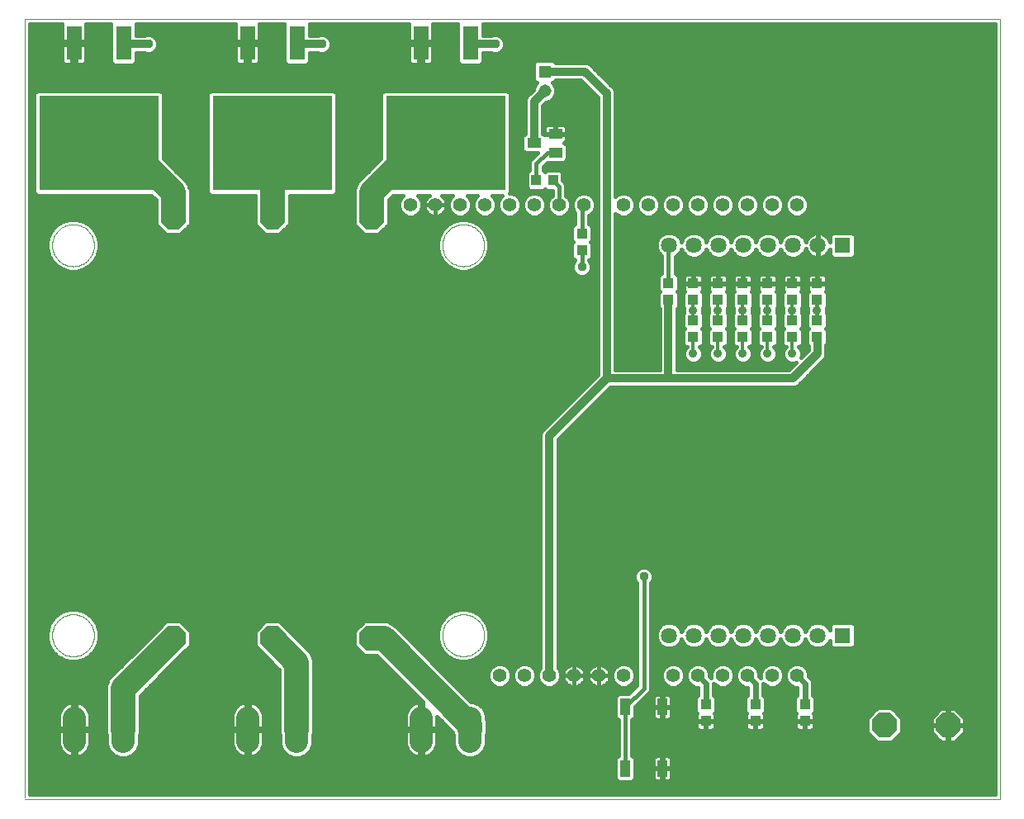
<source format=gtl>
G75*
G70*
%OFA0B0*%
%FSLAX24Y24*%
%IPPOS*%
%LPD*%
%AMOC8*
5,1,8,0,0,1.08239X$1,22.5*
%
%ADD10C,0.0000*%
%ADD11R,0.4803X0.3839*%
%ADD12R,0.0630X0.1378*%
%ADD13R,0.0433X0.0394*%
%ADD14R,0.0394X0.0669*%
%ADD15OC8,0.1000*%
%ADD16R,0.0643X0.0643*%
%ADD17C,0.0643*%
%ADD18C,0.0551*%
%ADD19C,0.0937*%
%ADD20R,0.0551X0.0394*%
%ADD21R,0.0394X0.0433*%
%ADD22R,0.0515X0.0515*%
%ADD23C,0.0515*%
%ADD24C,0.0160*%
%ADD25C,0.0375*%
%ADD26C,0.1000*%
%ADD27C,0.0240*%
%ADD28C,0.0320*%
%ADD29C,0.0120*%
%ADD30C,0.0350*%
D10*
X000800Y004800D02*
X040170Y004800D01*
X040170Y036296D01*
X000800Y036296D01*
X000800Y004863D01*
X001922Y011426D02*
X001924Y011484D01*
X001930Y011541D01*
X001940Y011598D01*
X001953Y011654D01*
X001971Y011709D01*
X001992Y011763D01*
X002017Y011815D01*
X002045Y011866D01*
X002077Y011914D01*
X002112Y011960D01*
X002150Y012003D01*
X002191Y012044D01*
X002234Y012082D01*
X002280Y012117D01*
X002328Y012149D01*
X002379Y012177D01*
X002431Y012202D01*
X002485Y012223D01*
X002540Y012241D01*
X002596Y012254D01*
X002653Y012264D01*
X002710Y012270D01*
X002768Y012272D01*
X002826Y012270D01*
X002883Y012264D01*
X002940Y012254D01*
X002996Y012241D01*
X003051Y012223D01*
X003105Y012202D01*
X003157Y012177D01*
X003208Y012149D01*
X003256Y012117D01*
X003302Y012082D01*
X003345Y012044D01*
X003386Y012003D01*
X003424Y011960D01*
X003459Y011914D01*
X003491Y011866D01*
X003519Y011815D01*
X003544Y011763D01*
X003565Y011709D01*
X003583Y011654D01*
X003596Y011598D01*
X003606Y011541D01*
X003612Y011484D01*
X003614Y011426D01*
X003612Y011368D01*
X003606Y011311D01*
X003596Y011254D01*
X003583Y011198D01*
X003565Y011143D01*
X003544Y011089D01*
X003519Y011037D01*
X003491Y010986D01*
X003459Y010938D01*
X003424Y010892D01*
X003386Y010849D01*
X003345Y010808D01*
X003302Y010770D01*
X003256Y010735D01*
X003208Y010703D01*
X003157Y010675D01*
X003105Y010650D01*
X003051Y010629D01*
X002996Y010611D01*
X002940Y010598D01*
X002883Y010588D01*
X002826Y010582D01*
X002768Y010580D01*
X002710Y010582D01*
X002653Y010588D01*
X002596Y010598D01*
X002540Y010611D01*
X002485Y010629D01*
X002431Y010650D01*
X002379Y010675D01*
X002328Y010703D01*
X002280Y010735D01*
X002234Y010770D01*
X002191Y010808D01*
X002150Y010849D01*
X002112Y010892D01*
X002077Y010938D01*
X002045Y010986D01*
X002017Y011037D01*
X001992Y011089D01*
X001971Y011143D01*
X001953Y011198D01*
X001940Y011254D01*
X001930Y011311D01*
X001924Y011368D01*
X001922Y011426D01*
X017670Y011426D02*
X017672Y011484D01*
X017678Y011541D01*
X017688Y011598D01*
X017701Y011654D01*
X017719Y011709D01*
X017740Y011763D01*
X017765Y011815D01*
X017793Y011866D01*
X017825Y011914D01*
X017860Y011960D01*
X017898Y012003D01*
X017939Y012044D01*
X017982Y012082D01*
X018028Y012117D01*
X018076Y012149D01*
X018127Y012177D01*
X018179Y012202D01*
X018233Y012223D01*
X018288Y012241D01*
X018344Y012254D01*
X018401Y012264D01*
X018458Y012270D01*
X018516Y012272D01*
X018574Y012270D01*
X018631Y012264D01*
X018688Y012254D01*
X018744Y012241D01*
X018799Y012223D01*
X018853Y012202D01*
X018905Y012177D01*
X018956Y012149D01*
X019004Y012117D01*
X019050Y012082D01*
X019093Y012044D01*
X019134Y012003D01*
X019172Y011960D01*
X019207Y011914D01*
X019239Y011866D01*
X019267Y011815D01*
X019292Y011763D01*
X019313Y011709D01*
X019331Y011654D01*
X019344Y011598D01*
X019354Y011541D01*
X019360Y011484D01*
X019362Y011426D01*
X019360Y011368D01*
X019354Y011311D01*
X019344Y011254D01*
X019331Y011198D01*
X019313Y011143D01*
X019292Y011089D01*
X019267Y011037D01*
X019239Y010986D01*
X019207Y010938D01*
X019172Y010892D01*
X019134Y010849D01*
X019093Y010808D01*
X019050Y010770D01*
X019004Y010735D01*
X018956Y010703D01*
X018905Y010675D01*
X018853Y010650D01*
X018799Y010629D01*
X018744Y010611D01*
X018688Y010598D01*
X018631Y010588D01*
X018574Y010582D01*
X018516Y010580D01*
X018458Y010582D01*
X018401Y010588D01*
X018344Y010598D01*
X018288Y010611D01*
X018233Y010629D01*
X018179Y010650D01*
X018127Y010675D01*
X018076Y010703D01*
X018028Y010735D01*
X017982Y010770D01*
X017939Y010808D01*
X017898Y010849D01*
X017860Y010892D01*
X017825Y010938D01*
X017793Y010986D01*
X017765Y011037D01*
X017740Y011089D01*
X017719Y011143D01*
X017701Y011198D01*
X017688Y011254D01*
X017678Y011311D01*
X017672Y011368D01*
X017670Y011426D01*
X017670Y027174D02*
X017672Y027232D01*
X017678Y027289D01*
X017688Y027346D01*
X017701Y027402D01*
X017719Y027457D01*
X017740Y027511D01*
X017765Y027563D01*
X017793Y027614D01*
X017825Y027662D01*
X017860Y027708D01*
X017898Y027751D01*
X017939Y027792D01*
X017982Y027830D01*
X018028Y027865D01*
X018076Y027897D01*
X018127Y027925D01*
X018179Y027950D01*
X018233Y027971D01*
X018288Y027989D01*
X018344Y028002D01*
X018401Y028012D01*
X018458Y028018D01*
X018516Y028020D01*
X018574Y028018D01*
X018631Y028012D01*
X018688Y028002D01*
X018744Y027989D01*
X018799Y027971D01*
X018853Y027950D01*
X018905Y027925D01*
X018956Y027897D01*
X019004Y027865D01*
X019050Y027830D01*
X019093Y027792D01*
X019134Y027751D01*
X019172Y027708D01*
X019207Y027662D01*
X019239Y027614D01*
X019267Y027563D01*
X019292Y027511D01*
X019313Y027457D01*
X019331Y027402D01*
X019344Y027346D01*
X019354Y027289D01*
X019360Y027232D01*
X019362Y027174D01*
X019360Y027116D01*
X019354Y027059D01*
X019344Y027002D01*
X019331Y026946D01*
X019313Y026891D01*
X019292Y026837D01*
X019267Y026785D01*
X019239Y026734D01*
X019207Y026686D01*
X019172Y026640D01*
X019134Y026597D01*
X019093Y026556D01*
X019050Y026518D01*
X019004Y026483D01*
X018956Y026451D01*
X018905Y026423D01*
X018853Y026398D01*
X018799Y026377D01*
X018744Y026359D01*
X018688Y026346D01*
X018631Y026336D01*
X018574Y026330D01*
X018516Y026328D01*
X018458Y026330D01*
X018401Y026336D01*
X018344Y026346D01*
X018288Y026359D01*
X018233Y026377D01*
X018179Y026398D01*
X018127Y026423D01*
X018076Y026451D01*
X018028Y026483D01*
X017982Y026518D01*
X017939Y026556D01*
X017898Y026597D01*
X017860Y026640D01*
X017825Y026686D01*
X017793Y026734D01*
X017765Y026785D01*
X017740Y026837D01*
X017719Y026891D01*
X017701Y026946D01*
X017688Y027002D01*
X017678Y027059D01*
X017672Y027116D01*
X017670Y027174D01*
X001922Y027174D02*
X001924Y027232D01*
X001930Y027289D01*
X001940Y027346D01*
X001953Y027402D01*
X001971Y027457D01*
X001992Y027511D01*
X002017Y027563D01*
X002045Y027614D01*
X002077Y027662D01*
X002112Y027708D01*
X002150Y027751D01*
X002191Y027792D01*
X002234Y027830D01*
X002280Y027865D01*
X002328Y027897D01*
X002379Y027925D01*
X002431Y027950D01*
X002485Y027971D01*
X002540Y027989D01*
X002596Y028002D01*
X002653Y028012D01*
X002710Y028018D01*
X002768Y028020D01*
X002826Y028018D01*
X002883Y028012D01*
X002940Y028002D01*
X002996Y027989D01*
X003051Y027971D01*
X003105Y027950D01*
X003157Y027925D01*
X003208Y027897D01*
X003256Y027865D01*
X003302Y027830D01*
X003345Y027792D01*
X003386Y027751D01*
X003424Y027708D01*
X003459Y027662D01*
X003491Y027614D01*
X003519Y027563D01*
X003544Y027511D01*
X003565Y027457D01*
X003583Y027402D01*
X003596Y027346D01*
X003606Y027289D01*
X003612Y027232D01*
X003614Y027174D01*
X003612Y027116D01*
X003606Y027059D01*
X003596Y027002D01*
X003583Y026946D01*
X003565Y026891D01*
X003544Y026837D01*
X003519Y026785D01*
X003491Y026734D01*
X003459Y026686D01*
X003424Y026640D01*
X003386Y026597D01*
X003345Y026556D01*
X003302Y026518D01*
X003256Y026483D01*
X003208Y026451D01*
X003157Y026423D01*
X003105Y026398D01*
X003051Y026377D01*
X002996Y026359D01*
X002940Y026346D01*
X002883Y026336D01*
X002826Y026330D01*
X002768Y026328D01*
X002710Y026330D01*
X002653Y026336D01*
X002596Y026346D01*
X002540Y026359D01*
X002485Y026377D01*
X002431Y026398D01*
X002379Y026423D01*
X002328Y026451D01*
X002280Y026483D01*
X002234Y026518D01*
X002191Y026556D01*
X002150Y026597D01*
X002112Y026640D01*
X002077Y026686D01*
X002045Y026734D01*
X002017Y026785D01*
X001992Y026837D01*
X001971Y026891D01*
X001953Y026946D01*
X001940Y027002D01*
X001930Y027059D01*
X001924Y027116D01*
X001922Y027174D01*
D11*
X003800Y031300D03*
X010800Y031300D03*
X017800Y031300D03*
D12*
X018800Y035347D03*
X016800Y035347D03*
X011800Y035347D03*
X009800Y035347D03*
X004800Y035347D03*
X002800Y035347D03*
D13*
X023300Y027635D03*
X023300Y026965D03*
X026797Y025635D03*
X026797Y024965D03*
X027797Y024965D03*
X027797Y025635D03*
X028797Y025635D03*
X028797Y024965D03*
X029797Y024965D03*
X029797Y025635D03*
X030797Y025635D03*
X030797Y024965D03*
X031797Y024965D03*
X031797Y025635D03*
X032797Y025635D03*
X032797Y024965D03*
X032797Y024135D03*
X032797Y023465D03*
X031797Y023465D03*
X031797Y024135D03*
X030797Y024135D03*
X030797Y023465D03*
X029797Y023465D03*
X029797Y024135D03*
X028797Y024135D03*
X028797Y023465D03*
X027797Y023465D03*
X027797Y024135D03*
X028300Y008635D03*
X028300Y007965D03*
X030300Y007965D03*
X030300Y008635D03*
X032300Y008635D03*
X032300Y007965D03*
D14*
X026548Y008540D03*
X025052Y008540D03*
X025052Y006060D03*
X026548Y006060D03*
D15*
X035520Y007800D03*
X038080Y007800D03*
X014800Y011300D03*
X010800Y011300D03*
X006800Y011300D03*
X006800Y028300D03*
X010800Y028300D03*
X014800Y028300D03*
D16*
X033827Y027174D03*
X033827Y011426D03*
D17*
X032827Y011426D03*
X031827Y011426D03*
X030827Y011426D03*
X029827Y011426D03*
X028827Y011426D03*
X027827Y011426D03*
X026827Y011426D03*
X026827Y027174D03*
X027827Y027174D03*
X028827Y027174D03*
X029827Y027174D03*
X030827Y027174D03*
X031827Y027174D03*
X032827Y027174D03*
D18*
X031985Y028800D03*
X030985Y028800D03*
X029985Y028800D03*
X028985Y028800D03*
X027985Y028800D03*
X026985Y028800D03*
X025985Y028800D03*
X024985Y028800D03*
X023385Y028800D03*
X022385Y028800D03*
X021385Y028800D03*
X020385Y028800D03*
X019385Y028800D03*
X018385Y028800D03*
X017385Y028800D03*
X016385Y028800D03*
X019985Y009800D03*
X020985Y009800D03*
X021985Y009800D03*
X022985Y009800D03*
X023985Y009800D03*
X024985Y009800D03*
X026985Y009800D03*
X027985Y009800D03*
X028985Y009800D03*
X029985Y009800D03*
X030985Y009800D03*
X031985Y009800D03*
D19*
X018784Y008091D02*
X018784Y007154D01*
X016816Y007154D02*
X016816Y008091D01*
X011784Y008091D02*
X011784Y007154D01*
X009816Y007154D02*
X009816Y008091D01*
X004784Y008091D02*
X004784Y007154D01*
X002816Y007154D02*
X002816Y008091D01*
D20*
X022233Y030926D03*
X022233Y031674D03*
X021367Y031300D03*
D21*
X021465Y029800D03*
X022134Y029800D03*
D22*
X021800Y034194D03*
D23*
X021800Y033406D03*
D24*
X022117Y033736D02*
X022140Y033736D01*
X022238Y033834D01*
X023257Y033834D01*
X023940Y033151D01*
X023940Y021949D01*
X021680Y019689D01*
X021625Y019557D01*
X021625Y010113D01*
X021582Y010069D01*
X021509Y009895D01*
X021509Y009705D01*
X021582Y009531D01*
X021715Y009397D01*
X021890Y009324D01*
X022079Y009324D01*
X022254Y009397D01*
X022388Y009531D01*
X022460Y009705D01*
X022460Y009895D01*
X022388Y010069D01*
X022345Y010113D01*
X022345Y019336D01*
X024451Y021442D01*
X026722Y021442D01*
X026728Y021440D01*
X031871Y021440D01*
X032004Y021495D01*
X033105Y022596D01*
X033160Y022728D01*
X033160Y023132D01*
X033214Y023186D01*
X039970Y023186D01*
X039970Y023028D02*
X033160Y023028D01*
X033160Y022869D02*
X039970Y022869D01*
X039970Y022711D02*
X033152Y022711D01*
X033061Y022552D02*
X039970Y022552D01*
X039970Y022394D02*
X032902Y022394D01*
X032744Y022235D02*
X039970Y022235D01*
X039970Y022077D02*
X032585Y022077D01*
X032427Y021918D02*
X039970Y021918D01*
X039970Y021760D02*
X032268Y021760D01*
X032110Y021601D02*
X039970Y021601D01*
X039970Y021443D02*
X031877Y021443D01*
X031651Y022160D02*
X027157Y022160D01*
X027157Y024629D01*
X027214Y024686D01*
X027214Y025245D01*
X027159Y025300D01*
X027214Y025355D01*
X027214Y025914D01*
X027097Y026031D01*
X027077Y026031D01*
X027077Y026713D01*
X027123Y026732D01*
X027269Y026879D01*
X027327Y027019D01*
X027385Y026879D01*
X027532Y026732D01*
X027724Y026653D01*
X027931Y026653D01*
X028123Y026732D01*
X028269Y026879D01*
X028327Y027019D01*
X028385Y026879D01*
X028532Y026732D01*
X028724Y026653D01*
X028931Y026653D01*
X029123Y026732D01*
X029269Y026879D01*
X029327Y027019D01*
X029385Y026879D01*
X029532Y026732D01*
X029724Y026653D01*
X029931Y026653D01*
X030123Y026732D01*
X030269Y026879D01*
X030327Y027019D01*
X030385Y026879D01*
X030532Y026732D01*
X030724Y026653D01*
X030931Y026653D01*
X031123Y026732D01*
X031269Y026879D01*
X031327Y027019D01*
X031385Y026879D01*
X031532Y026732D01*
X031724Y026653D01*
X031931Y026653D01*
X032123Y026732D01*
X032269Y026879D01*
X032340Y027051D01*
X032363Y026982D01*
X032399Y026911D01*
X032445Y026847D01*
X032501Y026792D01*
X032565Y026745D01*
X032635Y026709D01*
X032710Y026685D01*
X032788Y026673D01*
X032807Y026673D01*
X032848Y026673D01*
X032867Y026673D01*
X032945Y026685D01*
X033020Y026709D01*
X033090Y026745D01*
X033154Y026792D01*
X033210Y026847D01*
X033256Y026911D01*
X033292Y026982D01*
X033306Y027025D01*
X033306Y026770D01*
X033423Y026653D01*
X034231Y026653D01*
X034349Y026770D01*
X034349Y027578D01*
X034231Y027695D01*
X033423Y027695D01*
X033306Y027578D01*
X033306Y027323D01*
X033292Y027366D01*
X033256Y027437D01*
X033210Y027501D01*
X033154Y027556D01*
X033090Y027603D01*
X033020Y027639D01*
X032945Y027663D01*
X032867Y027675D01*
X032848Y027675D01*
X032848Y027194D01*
X032807Y027194D01*
X032807Y027675D01*
X032788Y027675D01*
X032710Y027663D01*
X032635Y027639D01*
X032565Y027603D01*
X032501Y027556D01*
X032445Y027501D01*
X032399Y027437D01*
X032363Y027366D01*
X032340Y027297D01*
X032269Y027469D01*
X032123Y027616D01*
X031931Y027695D01*
X031724Y027695D01*
X031532Y027616D01*
X031385Y027469D01*
X031327Y027329D01*
X031269Y027469D01*
X031123Y027616D01*
X030931Y027695D01*
X030724Y027695D01*
X030532Y027616D01*
X030385Y027469D01*
X030327Y027329D01*
X030269Y027469D01*
X030123Y027616D01*
X029931Y027695D01*
X029724Y027695D01*
X029532Y027616D01*
X029385Y027469D01*
X029327Y027329D01*
X029269Y027469D01*
X029123Y027616D01*
X028931Y027695D01*
X028724Y027695D01*
X028532Y027616D01*
X028385Y027469D01*
X028327Y027329D01*
X028269Y027469D01*
X028123Y027616D01*
X027931Y027695D01*
X027724Y027695D01*
X027532Y027616D01*
X027385Y027469D01*
X027327Y027329D01*
X027269Y027469D01*
X027123Y027616D01*
X026931Y027695D01*
X026724Y027695D01*
X026532Y027616D01*
X026385Y027469D01*
X026306Y027278D01*
X026306Y027070D01*
X026385Y026879D01*
X026517Y026747D01*
X026517Y026031D01*
X026498Y026031D01*
X026381Y025914D01*
X026381Y025355D01*
X026436Y025300D01*
X026381Y025245D01*
X026381Y024686D01*
X026437Y024629D01*
X026437Y022162D01*
X024660Y022162D01*
X024660Y028452D01*
X024715Y028397D01*
X024890Y028324D01*
X025079Y028324D01*
X025254Y028397D01*
X025388Y028531D01*
X025460Y028705D01*
X025460Y028895D01*
X025388Y029069D01*
X025254Y029203D01*
X025079Y029276D01*
X024890Y029276D01*
X024715Y029203D01*
X024660Y029148D01*
X024660Y033372D01*
X024605Y033504D01*
X024504Y033605D01*
X023610Y034499D01*
X023478Y034554D01*
X022238Y034554D01*
X022140Y034651D01*
X021459Y034651D01*
X021342Y034534D01*
X021342Y033853D01*
X021459Y033736D01*
X021483Y033736D01*
X021412Y033665D01*
X021342Y033497D01*
X021342Y033458D01*
X021061Y033177D01*
X021007Y033045D01*
X021007Y031695D01*
X020891Y031580D01*
X020891Y031020D01*
X021008Y030903D01*
X021507Y030903D01*
X021228Y030624D01*
X021185Y030521D01*
X021185Y030216D01*
X021068Y030099D01*
X021068Y029501D01*
X021185Y029383D01*
X021745Y029383D01*
X021800Y029438D01*
X021855Y029383D01*
X022105Y029383D01*
X022105Y029193D01*
X021982Y029069D01*
X021909Y028895D01*
X021909Y028705D01*
X021982Y028531D01*
X022115Y028397D01*
X022290Y028324D01*
X022479Y028324D01*
X022654Y028397D01*
X022788Y028531D01*
X022860Y028705D01*
X022860Y028895D01*
X022788Y029069D01*
X022665Y029193D01*
X022665Y029605D01*
X022622Y029708D01*
X022531Y029799D01*
X022531Y030099D01*
X022414Y030217D01*
X021855Y030217D01*
X021800Y030162D01*
X021745Y030216D01*
X021745Y030349D01*
X021925Y030529D01*
X022591Y030529D01*
X022708Y030646D01*
X022708Y031206D01*
X022595Y031319D01*
X022619Y031333D01*
X022652Y031367D01*
X022676Y031408D01*
X022688Y031453D01*
X022688Y031656D01*
X022251Y031656D01*
X022251Y031692D01*
X022688Y031692D01*
X022688Y031895D01*
X022676Y031940D01*
X022652Y031981D01*
X022619Y032015D01*
X022578Y032039D01*
X022532Y032051D01*
X022251Y032051D01*
X022251Y031692D01*
X022214Y031692D01*
X022214Y031656D01*
X021777Y031656D01*
X021777Y031645D01*
X021727Y031695D01*
X021727Y032824D01*
X021851Y032949D01*
X021891Y032949D01*
X022059Y033018D01*
X022188Y033147D01*
X022257Y033315D01*
X022257Y033497D01*
X022188Y033665D01*
X022117Y033736D01*
X022209Y033806D02*
X023285Y033806D01*
X023444Y033647D02*
X022195Y033647D01*
X022257Y033489D02*
X023602Y033489D01*
X023761Y033330D02*
X022257Y033330D01*
X022198Y033172D02*
X023919Y033172D01*
X023940Y033013D02*
X022046Y033013D01*
X021757Y032855D02*
X023940Y032855D01*
X023940Y032696D02*
X021727Y032696D01*
X021727Y032538D02*
X023940Y032538D01*
X023940Y032379D02*
X021727Y032379D01*
X021727Y032221D02*
X023940Y032221D01*
X023940Y032062D02*
X021727Y032062D01*
X021813Y031981D02*
X021790Y031940D01*
X021777Y031895D01*
X021777Y031692D01*
X022214Y031692D01*
X022214Y032051D01*
X021934Y032051D01*
X021888Y032039D01*
X021847Y032015D01*
X021813Y031981D01*
X021780Y031904D02*
X021727Y031904D01*
X021727Y031745D02*
X021777Y031745D01*
X021007Y031745D02*
X020401Y031745D01*
X020401Y031587D02*
X020898Y031587D01*
X020891Y031428D02*
X020401Y031428D01*
X020401Y031270D02*
X020891Y031270D01*
X020891Y031111D02*
X020401Y031111D01*
X020401Y030953D02*
X020959Y030953D01*
X021239Y030636D02*
X020401Y030636D01*
X020401Y030794D02*
X021398Y030794D01*
X021465Y030465D02*
X021926Y030926D01*
X022233Y030926D01*
X022708Y030953D02*
X023940Y030953D01*
X023940Y031111D02*
X022708Y031111D01*
X022645Y031270D02*
X023940Y031270D01*
X023940Y031428D02*
X022682Y031428D01*
X022688Y031587D02*
X023940Y031587D01*
X023940Y031745D02*
X022688Y031745D01*
X022686Y031904D02*
X023940Y031904D01*
X024660Y031904D02*
X039970Y031904D01*
X039970Y032062D02*
X024660Y032062D01*
X024660Y032221D02*
X039970Y032221D01*
X039970Y032379D02*
X024660Y032379D01*
X024660Y032538D02*
X039970Y032538D01*
X039970Y032696D02*
X024660Y032696D01*
X024660Y032855D02*
X039970Y032855D01*
X039970Y033013D02*
X024660Y033013D01*
X024660Y033172D02*
X039970Y033172D01*
X039970Y033330D02*
X024660Y033330D01*
X024611Y033489D02*
X039970Y033489D01*
X039970Y033647D02*
X024462Y033647D01*
X024303Y033806D02*
X039970Y033806D01*
X039970Y033964D02*
X024145Y033964D01*
X023986Y034123D02*
X039970Y034123D01*
X039970Y034281D02*
X023828Y034281D01*
X023669Y034440D02*
X039970Y034440D01*
X039970Y034598D02*
X022193Y034598D01*
X021406Y034598D02*
X019315Y034598D01*
X019315Y034575D02*
X019315Y034940D01*
X019656Y034940D01*
X019723Y034913D01*
X019877Y034913D01*
X020019Y034971D01*
X020128Y035080D01*
X020187Y035223D01*
X020187Y035377D01*
X020128Y035520D01*
X020019Y035629D01*
X019877Y035687D01*
X019723Y035687D01*
X019656Y035660D01*
X019315Y035660D01*
X019315Y036096D01*
X039970Y036096D01*
X039970Y005000D01*
X001000Y005000D01*
X001000Y036096D01*
X002314Y036096D01*
X002305Y036060D01*
X002305Y035425D01*
X002722Y035425D01*
X002722Y035270D01*
X002305Y035270D01*
X002305Y034635D01*
X002317Y034589D01*
X002341Y034548D01*
X002374Y034514D01*
X002415Y034491D01*
X002461Y034478D01*
X002722Y034478D01*
X002722Y035270D01*
X002877Y035270D01*
X002877Y034478D01*
X003138Y034478D01*
X003184Y034491D01*
X003225Y034514D01*
X003259Y034548D01*
X003282Y034589D01*
X003295Y034635D01*
X003295Y035270D01*
X002877Y035270D01*
X002877Y035425D01*
X003295Y035425D01*
X003295Y036060D01*
X003285Y036096D01*
X004285Y036096D01*
X004285Y034575D01*
X004402Y034458D01*
X005198Y034458D01*
X005315Y034575D01*
X005315Y034940D01*
X005656Y034940D01*
X005723Y034913D01*
X005877Y034913D01*
X006019Y034971D01*
X006128Y035080D01*
X006187Y035223D01*
X006187Y035377D01*
X006128Y035520D01*
X006019Y035629D01*
X005877Y035687D01*
X005723Y035687D01*
X005656Y035660D01*
X005315Y035660D01*
X005315Y036096D01*
X009314Y036096D01*
X009305Y036060D01*
X009305Y035425D01*
X009722Y035425D01*
X009722Y035270D01*
X009305Y035270D01*
X009305Y034635D01*
X009317Y034589D01*
X009341Y034548D01*
X009374Y034514D01*
X009415Y034491D01*
X009461Y034478D01*
X009722Y034478D01*
X009722Y035270D01*
X009877Y035270D01*
X009877Y034478D01*
X010138Y034478D01*
X010184Y034491D01*
X010225Y034514D01*
X010259Y034548D01*
X010282Y034589D01*
X010295Y034635D01*
X010295Y035270D01*
X009877Y035270D01*
X009877Y035425D01*
X010295Y035425D01*
X010295Y036060D01*
X010285Y036096D01*
X011285Y036096D01*
X011285Y034575D01*
X011402Y034458D01*
X012198Y034458D01*
X012315Y034575D01*
X012315Y034940D01*
X012656Y034940D01*
X012723Y034913D01*
X012877Y034913D01*
X013019Y034971D01*
X013128Y035080D01*
X013187Y035223D01*
X013187Y035377D01*
X013128Y035520D01*
X013019Y035629D01*
X012877Y035687D01*
X012723Y035687D01*
X012656Y035660D01*
X012315Y035660D01*
X012315Y036096D01*
X016314Y036096D01*
X016305Y036060D01*
X016305Y035425D01*
X016722Y035425D01*
X016722Y035270D01*
X016305Y035270D01*
X016305Y034635D01*
X016317Y034589D01*
X016341Y034548D01*
X016374Y034514D01*
X016415Y034491D01*
X016461Y034478D01*
X016722Y034478D01*
X016722Y035270D01*
X016877Y035270D01*
X016877Y034478D01*
X017138Y034478D01*
X017184Y034491D01*
X017225Y034514D01*
X017259Y034548D01*
X017282Y034589D01*
X017295Y034635D01*
X017295Y035270D01*
X016877Y035270D01*
X016877Y035425D01*
X017295Y035425D01*
X017295Y036060D01*
X017285Y036096D01*
X018285Y036096D01*
X018285Y034575D01*
X018402Y034458D01*
X019198Y034458D01*
X019315Y034575D01*
X019315Y034757D02*
X039970Y034757D01*
X039970Y034915D02*
X019883Y034915D01*
X019717Y034915D02*
X019315Y034915D01*
X019315Y035708D02*
X039970Y035708D01*
X039970Y035866D02*
X019315Y035866D01*
X019315Y036025D02*
X039970Y036025D01*
X039970Y035549D02*
X020099Y035549D01*
X020182Y035391D02*
X039970Y035391D01*
X039970Y035232D02*
X020187Y035232D01*
X020121Y035074D02*
X039970Y035074D01*
X039970Y031745D02*
X024660Y031745D01*
X024660Y031587D02*
X039970Y031587D01*
X039970Y031428D02*
X024660Y031428D01*
X024660Y031270D02*
X039970Y031270D01*
X039970Y031111D02*
X024660Y031111D01*
X024660Y030953D02*
X039970Y030953D01*
X039970Y030794D02*
X024660Y030794D01*
X024660Y030636D02*
X039970Y030636D01*
X039970Y030477D02*
X024660Y030477D01*
X024660Y030319D02*
X039970Y030319D01*
X039970Y030160D02*
X024660Y030160D01*
X024660Y030002D02*
X039970Y030002D01*
X039970Y029843D02*
X024660Y029843D01*
X024660Y029685D02*
X039970Y029685D01*
X039970Y029526D02*
X024660Y029526D01*
X024660Y029368D02*
X039970Y029368D01*
X039970Y029209D02*
X032240Y029209D01*
X032254Y029203D02*
X032079Y029276D01*
X031890Y029276D01*
X031715Y029203D01*
X031582Y029069D01*
X031509Y028895D01*
X031509Y028705D01*
X031582Y028531D01*
X031715Y028397D01*
X031890Y028324D01*
X032079Y028324D01*
X032254Y028397D01*
X032388Y028531D01*
X032460Y028705D01*
X032460Y028895D01*
X032388Y029069D01*
X032254Y029203D01*
X032396Y029051D02*
X039970Y029051D01*
X039970Y028892D02*
X032460Y028892D01*
X032460Y028734D02*
X039970Y028734D01*
X039970Y028575D02*
X032406Y028575D01*
X032274Y028417D02*
X039970Y028417D01*
X039970Y028258D02*
X024660Y028258D01*
X024660Y028100D02*
X039970Y028100D01*
X039970Y027941D02*
X024660Y027941D01*
X024660Y027783D02*
X039970Y027783D01*
X039970Y027624D02*
X034303Y027624D01*
X034349Y027466D02*
X039970Y027466D01*
X039970Y027307D02*
X034349Y027307D01*
X034349Y027149D02*
X039970Y027149D01*
X039970Y026990D02*
X034349Y026990D01*
X034349Y026832D02*
X039970Y026832D01*
X039970Y026673D02*
X034252Y026673D01*
X033403Y026673D02*
X032869Y026673D01*
X032848Y026673D02*
X032848Y027154D01*
X032807Y027154D01*
X032807Y026673D01*
X032786Y026673D02*
X031980Y026673D01*
X032222Y026832D02*
X032461Y026832D01*
X032360Y026990D02*
X032315Y026990D01*
X032336Y027307D02*
X032343Y027307D01*
X032271Y027466D02*
X032420Y027466D01*
X032606Y027624D02*
X032103Y027624D01*
X031552Y027624D02*
X031103Y027624D01*
X031271Y027466D02*
X031384Y027466D01*
X031339Y026990D02*
X031315Y026990D01*
X031222Y026832D02*
X031433Y026832D01*
X031675Y026673D02*
X030980Y026673D01*
X030675Y026673D02*
X029980Y026673D01*
X030222Y026832D02*
X030433Y026832D01*
X030339Y026990D02*
X030315Y026990D01*
X030271Y027466D02*
X030384Y027466D01*
X030552Y027624D02*
X030103Y027624D01*
X029552Y027624D02*
X029103Y027624D01*
X029271Y027466D02*
X029384Y027466D01*
X029339Y026990D02*
X029315Y026990D01*
X029222Y026832D02*
X029433Y026832D01*
X029675Y026673D02*
X028980Y026673D01*
X028675Y026673D02*
X027980Y026673D01*
X028222Y026832D02*
X028433Y026832D01*
X028339Y026990D02*
X028315Y026990D01*
X028271Y027466D02*
X028384Y027466D01*
X028552Y027624D02*
X028103Y027624D01*
X027552Y027624D02*
X027103Y027624D01*
X027271Y027466D02*
X027384Y027466D01*
X027339Y026990D02*
X027315Y026990D01*
X027222Y026832D02*
X027433Y026832D01*
X027675Y026673D02*
X027077Y026673D01*
X027077Y026515D02*
X039970Y026515D01*
X039970Y026356D02*
X027077Y026356D01*
X027077Y026198D02*
X039970Y026198D01*
X039970Y026039D02*
X027077Y026039D01*
X027214Y025881D02*
X027408Y025881D01*
X027413Y025901D02*
X027401Y025855D01*
X027401Y025653D01*
X027779Y025653D01*
X027779Y026011D01*
X027557Y026011D01*
X027511Y025999D01*
X027470Y025976D01*
X027437Y025942D01*
X027413Y025901D01*
X027401Y025722D02*
X027214Y025722D01*
X027214Y025564D02*
X027401Y025564D01*
X027401Y025616D02*
X027401Y025414D01*
X027413Y025368D01*
X027437Y025327D01*
X027450Y025314D01*
X027381Y025245D01*
X027381Y024686D01*
X027428Y024638D01*
X027422Y024625D01*
X027422Y024475D01*
X027428Y024462D01*
X027381Y024414D01*
X027381Y023855D01*
X027436Y023800D01*
X027381Y023745D01*
X027381Y023186D01*
X027157Y023186D01*
X027157Y023028D02*
X027495Y023028D01*
X027479Y023012D02*
X027422Y022875D01*
X027422Y022725D01*
X027479Y022588D01*
X027585Y022482D01*
X027723Y022425D01*
X027872Y022425D01*
X028010Y022482D01*
X028115Y022588D01*
X028172Y022725D01*
X028172Y022875D01*
X028115Y023012D01*
X028059Y023069D01*
X028097Y023069D01*
X028214Y023186D01*
X028381Y023186D01*
X028498Y023069D01*
X028535Y023069D01*
X028479Y023012D01*
X028422Y022875D01*
X028422Y022725D01*
X028479Y022588D01*
X028585Y022482D01*
X028723Y022425D01*
X028872Y022425D01*
X029010Y022482D01*
X029115Y022588D01*
X029172Y022725D01*
X029172Y022875D01*
X029115Y023012D01*
X029059Y023069D01*
X029097Y023069D01*
X029214Y023186D01*
X029381Y023186D01*
X029498Y023069D01*
X029535Y023069D01*
X029479Y023012D01*
X029422Y022875D01*
X029422Y022725D01*
X029479Y022588D01*
X029585Y022482D01*
X029723Y022425D01*
X029872Y022425D01*
X030010Y022482D01*
X030115Y022588D01*
X030172Y022725D01*
X030172Y022875D01*
X030115Y023012D01*
X030059Y023069D01*
X030097Y023069D01*
X030214Y023186D01*
X030381Y023186D01*
X030498Y023069D01*
X030535Y023069D01*
X030479Y023012D01*
X030422Y022875D01*
X030422Y022725D01*
X030479Y022588D01*
X030585Y022482D01*
X030723Y022425D01*
X030872Y022425D01*
X031010Y022482D01*
X031115Y022588D01*
X031172Y022725D01*
X031172Y022875D01*
X031115Y023012D01*
X031059Y023069D01*
X031097Y023069D01*
X031214Y023186D01*
X031381Y023186D01*
X031498Y023069D01*
X031535Y023069D01*
X031479Y023012D01*
X031422Y022875D01*
X031422Y022725D01*
X031479Y022588D01*
X031585Y022482D01*
X031723Y022425D01*
X031872Y022425D01*
X031947Y022456D01*
X031651Y022160D01*
X031726Y022235D02*
X027157Y022235D01*
X027157Y022394D02*
X031884Y022394D01*
X032141Y022651D02*
X032172Y022725D01*
X032172Y022875D01*
X032115Y023012D01*
X032059Y023069D01*
X032097Y023069D01*
X032214Y023186D01*
X032381Y023186D01*
X032440Y023127D01*
X032440Y022949D01*
X032141Y022651D01*
X032166Y022711D02*
X032201Y022711D01*
X032172Y022869D02*
X032360Y022869D01*
X032440Y023028D02*
X032100Y023028D01*
X032214Y023186D02*
X032214Y023745D01*
X032159Y023800D01*
X032214Y023855D01*
X032214Y024414D01*
X032167Y024462D01*
X032172Y024475D01*
X032172Y024625D01*
X032167Y024638D01*
X032214Y024686D01*
X032214Y025245D01*
X032145Y025314D01*
X032158Y025327D01*
X032182Y025368D01*
X032194Y025414D01*
X032194Y025616D01*
X031816Y025616D01*
X031816Y025653D01*
X032194Y025653D01*
X032194Y025855D01*
X032182Y025901D01*
X032158Y025942D01*
X032124Y025976D01*
X032083Y025999D01*
X032038Y026011D01*
X031816Y026011D01*
X031816Y025653D01*
X031779Y025653D01*
X031779Y026011D01*
X031557Y026011D01*
X031511Y025999D01*
X031470Y025976D01*
X031437Y025942D01*
X031413Y025901D01*
X031401Y025855D01*
X031401Y025653D01*
X031779Y025653D01*
X031779Y025616D01*
X031401Y025616D01*
X031401Y025414D01*
X031413Y025368D01*
X031437Y025327D01*
X031450Y025314D01*
X031381Y025245D01*
X031381Y024686D01*
X031428Y024638D01*
X031422Y024625D01*
X031422Y024475D01*
X031428Y024462D01*
X031381Y024414D01*
X031381Y023855D01*
X031436Y023800D01*
X031381Y023745D01*
X031381Y023186D01*
X031381Y023345D02*
X031214Y023345D01*
X031214Y023503D02*
X031381Y023503D01*
X031381Y023662D02*
X031214Y023662D01*
X031214Y023745D02*
X031159Y023800D01*
X031214Y023855D01*
X031214Y024414D01*
X031167Y024462D01*
X031172Y024475D01*
X031172Y024625D01*
X031167Y024638D01*
X031214Y024686D01*
X031214Y025245D01*
X031145Y025314D01*
X031158Y025327D01*
X031182Y025368D01*
X031194Y025414D01*
X031194Y025616D01*
X030816Y025616D01*
X030816Y025653D01*
X031194Y025653D01*
X031194Y025855D01*
X031182Y025901D01*
X031158Y025942D01*
X031124Y025976D01*
X031083Y025999D01*
X031038Y026011D01*
X030816Y026011D01*
X030816Y025653D01*
X030779Y025653D01*
X030779Y026011D01*
X030557Y026011D01*
X030511Y025999D01*
X030470Y025976D01*
X030437Y025942D01*
X030413Y025901D01*
X030401Y025855D01*
X030401Y025653D01*
X030779Y025653D01*
X030779Y025616D01*
X030401Y025616D01*
X030401Y025414D01*
X030413Y025368D01*
X030437Y025327D01*
X030450Y025314D01*
X030381Y025245D01*
X030381Y024686D01*
X030428Y024638D01*
X030422Y024625D01*
X030422Y024475D01*
X030428Y024462D01*
X030381Y024414D01*
X030381Y023855D01*
X030436Y023800D01*
X030381Y023745D01*
X030381Y023186D01*
X030381Y023345D02*
X030214Y023345D01*
X030214Y023503D02*
X030381Y023503D01*
X030381Y023662D02*
X030214Y023662D01*
X030214Y023745D02*
X030159Y023800D01*
X030214Y023855D01*
X030214Y024414D01*
X030167Y024462D01*
X030172Y024475D01*
X030172Y024625D01*
X030167Y024638D01*
X030214Y024686D01*
X030214Y025245D01*
X030145Y025314D01*
X030158Y025327D01*
X030182Y025368D01*
X030194Y025414D01*
X030194Y025616D01*
X029816Y025616D01*
X029816Y025653D01*
X030194Y025653D01*
X030194Y025855D01*
X030182Y025901D01*
X030158Y025942D01*
X030124Y025976D01*
X030083Y025999D01*
X030038Y026011D01*
X029816Y026011D01*
X029816Y025653D01*
X029779Y025653D01*
X029779Y026011D01*
X029557Y026011D01*
X029511Y025999D01*
X029470Y025976D01*
X029437Y025942D01*
X029413Y025901D01*
X029401Y025855D01*
X029401Y025653D01*
X029779Y025653D01*
X029779Y025616D01*
X029401Y025616D01*
X029401Y025414D01*
X029413Y025368D01*
X029437Y025327D01*
X029450Y025314D01*
X029381Y025245D01*
X029381Y024686D01*
X029428Y024638D01*
X029422Y024625D01*
X029422Y024475D01*
X029428Y024462D01*
X029381Y024414D01*
X029381Y023855D01*
X029436Y023800D01*
X029381Y023745D01*
X029381Y023186D01*
X029381Y023345D02*
X029214Y023345D01*
X029214Y023503D02*
X029381Y023503D01*
X029381Y023662D02*
X029214Y023662D01*
X029214Y023745D02*
X029159Y023800D01*
X029214Y023855D01*
X029214Y024414D01*
X029167Y024462D01*
X029172Y024475D01*
X029172Y024625D01*
X029167Y024638D01*
X029214Y024686D01*
X029214Y025245D01*
X029145Y025314D01*
X029158Y025327D01*
X029182Y025368D01*
X029194Y025414D01*
X029194Y025616D01*
X028816Y025616D01*
X028816Y025653D01*
X029194Y025653D01*
X029194Y025855D01*
X029182Y025901D01*
X029158Y025942D01*
X029124Y025976D01*
X029083Y025999D01*
X029038Y026011D01*
X028816Y026011D01*
X028816Y025653D01*
X028779Y025653D01*
X028779Y026011D01*
X028557Y026011D01*
X028511Y025999D01*
X028470Y025976D01*
X028437Y025942D01*
X028413Y025901D01*
X028401Y025855D01*
X028401Y025653D01*
X028779Y025653D01*
X028779Y025616D01*
X028401Y025616D01*
X028401Y025414D01*
X028413Y025368D01*
X028437Y025327D01*
X028450Y025314D01*
X028381Y025245D01*
X028381Y024686D01*
X028428Y024638D01*
X028422Y024625D01*
X028422Y024475D01*
X028428Y024462D01*
X028381Y024414D01*
X028381Y023855D01*
X028436Y023800D01*
X028381Y023745D01*
X028381Y023186D01*
X028381Y023345D02*
X028214Y023345D01*
X028214Y023503D02*
X028381Y023503D01*
X028381Y023662D02*
X028214Y023662D01*
X028214Y023745D02*
X028159Y023800D01*
X028214Y023855D01*
X028214Y024414D01*
X028167Y024462D01*
X028172Y024475D01*
X028172Y024625D01*
X028167Y024638D01*
X028214Y024686D01*
X028214Y025245D01*
X028145Y025314D01*
X028158Y025327D01*
X028182Y025368D01*
X028194Y025414D01*
X028194Y025616D01*
X027816Y025616D01*
X027816Y025653D01*
X028194Y025653D01*
X028194Y025855D01*
X028182Y025901D01*
X028158Y025942D01*
X028124Y025976D01*
X028083Y025999D01*
X028038Y026011D01*
X027816Y026011D01*
X027816Y025653D01*
X027779Y025653D01*
X027779Y025616D01*
X027401Y025616D01*
X027403Y025405D02*
X027214Y025405D01*
X027212Y025247D02*
X027382Y025247D01*
X027381Y025088D02*
X027214Y025088D01*
X027214Y024930D02*
X027381Y024930D01*
X027381Y024771D02*
X027214Y024771D01*
X027157Y024613D02*
X027422Y024613D01*
X027420Y024454D02*
X027157Y024454D01*
X027157Y024296D02*
X027381Y024296D01*
X027381Y024137D02*
X027157Y024137D01*
X027157Y023979D02*
X027381Y023979D01*
X027416Y023820D02*
X027157Y023820D01*
X027157Y023662D02*
X027381Y023662D01*
X027381Y023503D02*
X027157Y023503D01*
X027157Y023345D02*
X027381Y023345D01*
X027381Y023186D02*
X027498Y023069D01*
X027535Y023069D01*
X027479Y023012D01*
X027422Y022869D02*
X027157Y022869D01*
X027157Y022711D02*
X027428Y022711D01*
X027515Y022552D02*
X027157Y022552D01*
X026437Y022552D02*
X024660Y022552D01*
X024660Y022394D02*
X026437Y022394D01*
X026437Y022235D02*
X024660Y022235D01*
X024660Y022711D02*
X026437Y022711D01*
X026437Y022869D02*
X024660Y022869D01*
X024660Y023028D02*
X026437Y023028D01*
X026437Y023186D02*
X024660Y023186D01*
X024660Y023345D02*
X026437Y023345D01*
X026437Y023503D02*
X024660Y023503D01*
X024660Y023662D02*
X026437Y023662D01*
X026437Y023820D02*
X024660Y023820D01*
X024660Y023979D02*
X026437Y023979D01*
X026437Y024137D02*
X024660Y024137D01*
X024660Y024296D02*
X026437Y024296D01*
X026437Y024454D02*
X024660Y024454D01*
X024660Y024613D02*
X026437Y024613D01*
X026381Y024771D02*
X024660Y024771D01*
X024660Y024930D02*
X026381Y024930D01*
X026381Y025088D02*
X024660Y025088D01*
X024660Y025247D02*
X026382Y025247D01*
X026381Y025405D02*
X024660Y025405D01*
X024660Y025564D02*
X026381Y025564D01*
X026381Y025722D02*
X024660Y025722D01*
X024660Y025881D02*
X026381Y025881D01*
X026517Y026039D02*
X024660Y026039D01*
X024660Y026198D02*
X026517Y026198D01*
X026517Y026356D02*
X024660Y026356D01*
X024660Y026515D02*
X026517Y026515D01*
X026517Y026673D02*
X024660Y026673D01*
X024660Y026832D02*
X026433Y026832D01*
X026339Y026990D02*
X024660Y026990D01*
X024660Y027149D02*
X026306Y027149D01*
X026318Y027307D02*
X024660Y027307D01*
X024660Y027466D02*
X026384Y027466D01*
X026552Y027624D02*
X024660Y027624D01*
X023940Y027624D02*
X023716Y027624D01*
X023716Y027466D02*
X023940Y027466D01*
X023940Y027307D02*
X023668Y027307D01*
X023661Y027300D02*
X023716Y027355D01*
X023716Y027914D01*
X023599Y028031D01*
X023580Y028031D01*
X023580Y028366D01*
X023654Y028397D01*
X023788Y028531D01*
X023860Y028705D01*
X023860Y028895D01*
X023788Y029069D01*
X023654Y029203D01*
X023479Y029276D01*
X023290Y029276D01*
X023115Y029203D01*
X022982Y029069D01*
X022909Y028895D01*
X022909Y028705D01*
X022982Y028531D01*
X023020Y028492D01*
X023020Y028031D01*
X023000Y028031D01*
X022883Y027914D01*
X022883Y027355D01*
X022938Y027300D01*
X022883Y027245D01*
X022883Y026686D01*
X023000Y026569D01*
X023020Y026569D01*
X023020Y026568D01*
X022971Y026520D01*
X022912Y026377D01*
X022912Y026223D01*
X022971Y026080D01*
X023080Y025971D01*
X023223Y025913D01*
X023377Y025913D01*
X023519Y025971D01*
X023628Y026080D01*
X023687Y026223D01*
X023687Y026377D01*
X023628Y026520D01*
X023580Y026568D01*
X023580Y026569D01*
X023599Y026569D01*
X023716Y026686D01*
X023716Y027245D01*
X023661Y027300D01*
X023716Y027149D02*
X023940Y027149D01*
X023940Y026990D02*
X023716Y026990D01*
X023716Y026832D02*
X023940Y026832D01*
X023940Y026673D02*
X023704Y026673D01*
X023630Y026515D02*
X023940Y026515D01*
X023940Y026356D02*
X023687Y026356D01*
X023677Y026198D02*
X023940Y026198D01*
X023940Y026039D02*
X023587Y026039D01*
X023940Y025881D02*
X001000Y025881D01*
X001000Y026039D02*
X023013Y026039D01*
X022923Y026198D02*
X018915Y026198D01*
X018920Y026199D02*
X019159Y026337D01*
X019354Y026531D01*
X019491Y026770D01*
X019563Y027036D01*
X019563Y027312D01*
X019491Y027578D01*
X019354Y027817D01*
X019159Y028011D01*
X018920Y028149D01*
X018654Y028220D01*
X018379Y028220D01*
X018112Y028149D01*
X017874Y028011D01*
X017679Y027817D01*
X017541Y027578D01*
X017470Y027312D01*
X017470Y027036D01*
X017541Y026770D01*
X017679Y026531D01*
X017874Y026337D01*
X018112Y026199D01*
X018379Y026128D01*
X018654Y026128D01*
X018920Y026199D01*
X019178Y026356D02*
X022912Y026356D01*
X022969Y026515D02*
X019337Y026515D01*
X019435Y026673D02*
X022896Y026673D01*
X022883Y026832D02*
X019508Y026832D01*
X019550Y026990D02*
X022883Y026990D01*
X022883Y027149D02*
X019563Y027149D01*
X019563Y027307D02*
X022931Y027307D01*
X022883Y027466D02*
X019522Y027466D01*
X019465Y027624D02*
X022883Y027624D01*
X022883Y027783D02*
X019373Y027783D01*
X019229Y027941D02*
X022910Y027941D01*
X023020Y028100D02*
X019006Y028100D01*
X019115Y028397D02*
X019290Y028324D01*
X019479Y028324D01*
X019654Y028397D01*
X019788Y028531D01*
X019860Y028705D01*
X019860Y028895D01*
X019788Y029069D01*
X019677Y029181D01*
X020093Y029181D01*
X019982Y029069D01*
X019909Y028895D01*
X019909Y028705D01*
X019982Y028531D01*
X020115Y028397D01*
X020290Y028324D01*
X020479Y028324D01*
X020654Y028397D01*
X020788Y028531D01*
X020860Y028705D01*
X020860Y028895D01*
X020788Y029069D01*
X020654Y029203D01*
X020479Y029276D01*
X020379Y029276D01*
X020401Y029298D01*
X020401Y033302D01*
X020284Y033419D01*
X015315Y033419D01*
X015198Y033302D01*
X015198Y030688D01*
X014206Y029697D01*
X014100Y029439D01*
X014100Y028010D01*
X014510Y027600D01*
X015090Y027600D01*
X015500Y028010D01*
X015500Y029010D01*
X015670Y029181D01*
X016093Y029181D01*
X015982Y029069D01*
X015909Y028895D01*
X015909Y028705D01*
X015982Y028531D01*
X016115Y028397D01*
X016290Y028324D01*
X016479Y028324D01*
X016654Y028397D01*
X016788Y028531D01*
X016860Y028705D01*
X016860Y028895D01*
X016788Y029069D01*
X016677Y029181D01*
X017134Y029181D01*
X017088Y029148D01*
X017037Y029097D01*
X016995Y029039D01*
X016963Y028975D01*
X016940Y028907D01*
X016929Y028836D01*
X016929Y028800D01*
X017385Y028800D01*
X017840Y028800D01*
X017840Y028836D01*
X017829Y028907D01*
X017807Y028975D01*
X017774Y029039D01*
X017732Y029097D01*
X017682Y029148D01*
X017636Y029181D01*
X018093Y029181D01*
X017982Y029069D01*
X017909Y028895D01*
X017909Y028705D01*
X017982Y028531D01*
X018115Y028397D01*
X018290Y028324D01*
X018479Y028324D01*
X018654Y028397D01*
X018788Y028531D01*
X018860Y028705D01*
X018860Y028895D01*
X018788Y029069D01*
X018677Y029181D01*
X019093Y029181D01*
X018982Y029069D01*
X018909Y028895D01*
X018909Y028705D01*
X018982Y028531D01*
X019115Y028397D01*
X019096Y028417D02*
X018674Y028417D01*
X018806Y028575D02*
X018963Y028575D01*
X018909Y028734D02*
X018860Y028734D01*
X018860Y028892D02*
X018909Y028892D01*
X018974Y029051D02*
X018796Y029051D01*
X017974Y029051D02*
X017766Y029051D01*
X017831Y028892D02*
X017909Y028892D01*
X017840Y028800D02*
X017385Y028800D01*
X017385Y028800D01*
X017385Y028344D01*
X017421Y028344D01*
X017491Y028356D01*
X017560Y028378D01*
X017624Y028410D01*
X017682Y028452D01*
X017732Y028503D01*
X017774Y028561D01*
X017807Y028625D01*
X017829Y028693D01*
X017840Y028764D01*
X017840Y028800D01*
X017836Y028734D02*
X017909Y028734D01*
X017963Y028575D02*
X017781Y028575D01*
X017632Y028417D02*
X018096Y028417D01*
X018026Y028100D02*
X015500Y028100D01*
X015500Y028258D02*
X023020Y028258D01*
X023020Y028417D02*
X022674Y028417D01*
X022806Y028575D02*
X022963Y028575D01*
X022909Y028734D02*
X022860Y028734D01*
X022860Y028892D02*
X022909Y028892D01*
X022974Y029051D02*
X022796Y029051D01*
X022665Y029209D02*
X023130Y029209D01*
X023385Y028800D02*
X023300Y028715D01*
X023300Y027635D01*
X023716Y027783D02*
X023940Y027783D01*
X023940Y027941D02*
X023690Y027941D01*
X023580Y028100D02*
X023940Y028100D01*
X023940Y028258D02*
X023580Y028258D01*
X023674Y028417D02*
X023940Y028417D01*
X023940Y028575D02*
X023806Y028575D01*
X023860Y028734D02*
X023940Y028734D01*
X023940Y028892D02*
X023860Y028892D01*
X023796Y029051D02*
X023940Y029051D01*
X023940Y029209D02*
X023640Y029209D01*
X023940Y029368D02*
X022665Y029368D01*
X022665Y029526D02*
X023940Y029526D01*
X023940Y029685D02*
X022632Y029685D01*
X022531Y029843D02*
X023940Y029843D01*
X023940Y030002D02*
X022531Y030002D01*
X022471Y030160D02*
X023940Y030160D01*
X023940Y030319D02*
X021745Y030319D01*
X021873Y030477D02*
X023940Y030477D01*
X023940Y030636D02*
X022698Y030636D01*
X022708Y030794D02*
X023940Y030794D01*
X024660Y029209D02*
X024730Y029209D01*
X025240Y029209D02*
X025730Y029209D01*
X025715Y029203D02*
X025582Y029069D01*
X025509Y028895D01*
X025509Y028705D01*
X025582Y028531D01*
X025715Y028397D01*
X025890Y028324D01*
X026079Y028324D01*
X026254Y028397D01*
X026388Y028531D01*
X026460Y028705D01*
X026460Y028895D01*
X026388Y029069D01*
X026254Y029203D01*
X026079Y029276D01*
X025890Y029276D01*
X025715Y029203D01*
X025574Y029051D02*
X025396Y029051D01*
X025460Y028892D02*
X025509Y028892D01*
X025509Y028734D02*
X025460Y028734D01*
X025406Y028575D02*
X025563Y028575D01*
X025696Y028417D02*
X025274Y028417D01*
X024696Y028417D02*
X024660Y028417D01*
X026274Y028417D02*
X026696Y028417D01*
X026715Y028397D02*
X026890Y028324D01*
X027079Y028324D01*
X027254Y028397D01*
X027388Y028531D01*
X027460Y028705D01*
X027460Y028895D01*
X027388Y029069D01*
X027254Y029203D01*
X027079Y029276D01*
X026890Y029276D01*
X026715Y029203D01*
X026582Y029069D01*
X026509Y028895D01*
X026509Y028705D01*
X026582Y028531D01*
X026715Y028397D01*
X026563Y028575D02*
X026406Y028575D01*
X026460Y028734D02*
X026509Y028734D01*
X026509Y028892D02*
X026460Y028892D01*
X026396Y029051D02*
X026574Y029051D01*
X026730Y029209D02*
X026240Y029209D01*
X027240Y029209D02*
X027730Y029209D01*
X027715Y029203D02*
X027582Y029069D01*
X027509Y028895D01*
X027509Y028705D01*
X027582Y028531D01*
X027715Y028397D01*
X027890Y028324D01*
X028079Y028324D01*
X028254Y028397D01*
X028388Y028531D01*
X028460Y028705D01*
X028460Y028895D01*
X028388Y029069D01*
X028254Y029203D01*
X028079Y029276D01*
X027890Y029276D01*
X027715Y029203D01*
X027574Y029051D02*
X027396Y029051D01*
X027460Y028892D02*
X027509Y028892D01*
X027509Y028734D02*
X027460Y028734D01*
X027406Y028575D02*
X027563Y028575D01*
X027696Y028417D02*
X027274Y028417D01*
X028240Y029209D02*
X028730Y029209D01*
X028715Y029203D02*
X028582Y029069D01*
X028509Y028895D01*
X028509Y028705D01*
X028582Y028531D01*
X028715Y028397D01*
X028890Y028324D01*
X029079Y028324D01*
X029254Y028397D01*
X029388Y028531D01*
X029460Y028705D01*
X029460Y028895D01*
X029388Y029069D01*
X029254Y029203D01*
X029079Y029276D01*
X028890Y029276D01*
X028715Y029203D01*
X028574Y029051D02*
X028396Y029051D01*
X028460Y028892D02*
X028509Y028892D01*
X028509Y028734D02*
X028460Y028734D01*
X028406Y028575D02*
X028563Y028575D01*
X028696Y028417D02*
X028274Y028417D01*
X029274Y028417D02*
X029696Y028417D01*
X029715Y028397D02*
X029890Y028324D01*
X030079Y028324D01*
X030254Y028397D01*
X030388Y028531D01*
X030460Y028705D01*
X030460Y028895D01*
X030388Y029069D01*
X030254Y029203D01*
X030079Y029276D01*
X029890Y029276D01*
X029715Y029203D01*
X029582Y029069D01*
X029509Y028895D01*
X029509Y028705D01*
X029582Y028531D01*
X029715Y028397D01*
X029563Y028575D02*
X029406Y028575D01*
X029460Y028734D02*
X029509Y028734D01*
X029509Y028892D02*
X029460Y028892D01*
X029396Y029051D02*
X029574Y029051D01*
X029730Y029209D02*
X029240Y029209D01*
X030240Y029209D02*
X030730Y029209D01*
X030715Y029203D02*
X030582Y029069D01*
X030509Y028895D01*
X030509Y028705D01*
X030582Y028531D01*
X030715Y028397D01*
X030890Y028324D01*
X031079Y028324D01*
X031254Y028397D01*
X031388Y028531D01*
X031460Y028705D01*
X031460Y028895D01*
X031388Y029069D01*
X031254Y029203D01*
X031079Y029276D01*
X030890Y029276D01*
X030715Y029203D01*
X030574Y029051D02*
X030396Y029051D01*
X030460Y028892D02*
X030509Y028892D01*
X030509Y028734D02*
X030460Y028734D01*
X030406Y028575D02*
X030563Y028575D01*
X030696Y028417D02*
X030274Y028417D01*
X031274Y028417D02*
X031696Y028417D01*
X031563Y028575D02*
X031406Y028575D01*
X031460Y028734D02*
X031509Y028734D01*
X031509Y028892D02*
X031460Y028892D01*
X031396Y029051D02*
X031574Y029051D01*
X031730Y029209D02*
X031240Y029209D01*
X032807Y027624D02*
X032848Y027624D01*
X032848Y027466D02*
X032807Y027466D01*
X032807Y027307D02*
X032848Y027307D01*
X032848Y027149D02*
X032807Y027149D01*
X032807Y026990D02*
X032848Y026990D01*
X032848Y026832D02*
X032807Y026832D01*
X033194Y026832D02*
X033306Y026832D01*
X033295Y026990D02*
X033306Y026990D01*
X033306Y027466D02*
X033235Y027466D01*
X033352Y027624D02*
X033048Y027624D01*
X033038Y026011D02*
X032816Y026011D01*
X032816Y025653D01*
X033194Y025653D01*
X033194Y025855D01*
X033182Y025901D01*
X033158Y025942D01*
X033124Y025976D01*
X033083Y025999D01*
X033038Y026011D01*
X033187Y025881D02*
X039970Y025881D01*
X039970Y025722D02*
X033194Y025722D01*
X033194Y025616D02*
X032816Y025616D01*
X032816Y025653D01*
X032779Y025653D01*
X032779Y026011D01*
X032557Y026011D01*
X032511Y025999D01*
X032470Y025976D01*
X032437Y025942D01*
X032413Y025901D01*
X032401Y025855D01*
X032401Y025653D01*
X032779Y025653D01*
X032779Y025616D01*
X032401Y025616D01*
X032401Y025414D01*
X032413Y025368D01*
X032437Y025327D01*
X032450Y025314D01*
X032381Y025245D01*
X032381Y024686D01*
X032428Y024638D01*
X032422Y024625D01*
X032422Y024475D01*
X032428Y024462D01*
X032381Y024414D01*
X032381Y023855D01*
X032436Y023800D01*
X032381Y023745D01*
X032381Y023186D01*
X032381Y023345D02*
X032214Y023345D01*
X032214Y023503D02*
X032381Y023503D01*
X032381Y023662D02*
X032214Y023662D01*
X032179Y023820D02*
X032416Y023820D01*
X032381Y023979D02*
X032214Y023979D01*
X032214Y024137D02*
X032381Y024137D01*
X032381Y024296D02*
X032214Y024296D01*
X032174Y024454D02*
X032420Y024454D01*
X032422Y024613D02*
X032172Y024613D01*
X032214Y024771D02*
X032381Y024771D01*
X032381Y024930D02*
X032214Y024930D01*
X032214Y025088D02*
X032381Y025088D01*
X032382Y025247D02*
X032212Y025247D01*
X032191Y025405D02*
X032403Y025405D01*
X032401Y025564D02*
X032194Y025564D01*
X032194Y025722D02*
X032401Y025722D01*
X032408Y025881D02*
X032187Y025881D01*
X031816Y025881D02*
X031779Y025881D01*
X031779Y025722D02*
X031816Y025722D01*
X031401Y025722D02*
X031194Y025722D01*
X031194Y025564D02*
X031401Y025564D01*
X031403Y025405D02*
X031191Y025405D01*
X031212Y025247D02*
X031382Y025247D01*
X031381Y025088D02*
X031214Y025088D01*
X031214Y024930D02*
X031381Y024930D01*
X031381Y024771D02*
X031214Y024771D01*
X031172Y024613D02*
X031422Y024613D01*
X031420Y024454D02*
X031174Y024454D01*
X031214Y024296D02*
X031381Y024296D01*
X031381Y024137D02*
X031214Y024137D01*
X031214Y023979D02*
X031381Y023979D01*
X031416Y023820D02*
X031179Y023820D01*
X031214Y023745D02*
X031214Y023186D01*
X031100Y023028D02*
X031495Y023028D01*
X031422Y022869D02*
X031172Y022869D01*
X031166Y022711D02*
X031428Y022711D01*
X031515Y022552D02*
X031080Y022552D01*
X030515Y022552D02*
X030080Y022552D01*
X030166Y022711D02*
X030428Y022711D01*
X030422Y022869D02*
X030172Y022869D01*
X030100Y023028D02*
X030495Y023028D01*
X030214Y023186D02*
X030214Y023745D01*
X030179Y023820D02*
X030416Y023820D01*
X030381Y023979D02*
X030214Y023979D01*
X030214Y024137D02*
X030381Y024137D01*
X030381Y024296D02*
X030214Y024296D01*
X030174Y024454D02*
X030420Y024454D01*
X030422Y024613D02*
X030172Y024613D01*
X030214Y024771D02*
X030381Y024771D01*
X030381Y024930D02*
X030214Y024930D01*
X030214Y025088D02*
X030381Y025088D01*
X030382Y025247D02*
X030212Y025247D01*
X030191Y025405D02*
X030403Y025405D01*
X030401Y025564D02*
X030194Y025564D01*
X030194Y025722D02*
X030401Y025722D01*
X030408Y025881D02*
X030187Y025881D01*
X029816Y025881D02*
X029779Y025881D01*
X029779Y025722D02*
X029816Y025722D01*
X029401Y025722D02*
X029194Y025722D01*
X029194Y025564D02*
X029401Y025564D01*
X029403Y025405D02*
X029191Y025405D01*
X029212Y025247D02*
X029382Y025247D01*
X029381Y025088D02*
X029214Y025088D01*
X029214Y024930D02*
X029381Y024930D01*
X029381Y024771D02*
X029214Y024771D01*
X029172Y024613D02*
X029422Y024613D01*
X029420Y024454D02*
X029174Y024454D01*
X029214Y024296D02*
X029381Y024296D01*
X029381Y024137D02*
X029214Y024137D01*
X029214Y023979D02*
X029381Y023979D01*
X029416Y023820D02*
X029179Y023820D01*
X029214Y023745D02*
X029214Y023186D01*
X029100Y023028D02*
X029495Y023028D01*
X029422Y022869D02*
X029172Y022869D01*
X029166Y022711D02*
X029428Y022711D01*
X029515Y022552D02*
X029080Y022552D01*
X028515Y022552D02*
X028080Y022552D01*
X028166Y022711D02*
X028428Y022711D01*
X028422Y022869D02*
X028172Y022869D01*
X028100Y023028D02*
X028495Y023028D01*
X028214Y023186D02*
X028214Y023745D01*
X028179Y023820D02*
X028416Y023820D01*
X028381Y023979D02*
X028214Y023979D01*
X028214Y024137D02*
X028381Y024137D01*
X028381Y024296D02*
X028214Y024296D01*
X028174Y024454D02*
X028420Y024454D01*
X028422Y024613D02*
X028172Y024613D01*
X028214Y024771D02*
X028381Y024771D01*
X028381Y024930D02*
X028214Y024930D01*
X028214Y025088D02*
X028381Y025088D01*
X028382Y025247D02*
X028212Y025247D01*
X028191Y025405D02*
X028403Y025405D01*
X028401Y025564D02*
X028194Y025564D01*
X028194Y025722D02*
X028401Y025722D01*
X028408Y025881D02*
X028187Y025881D01*
X027816Y025881D02*
X027779Y025881D01*
X027779Y025722D02*
X027816Y025722D01*
X026797Y025635D02*
X026797Y027144D01*
X026827Y027174D01*
X028779Y025881D02*
X028816Y025881D01*
X028816Y025722D02*
X028779Y025722D01*
X029187Y025881D02*
X029408Y025881D01*
X030779Y025881D02*
X030816Y025881D01*
X030816Y025722D02*
X030779Y025722D01*
X031187Y025881D02*
X031408Y025881D01*
X032779Y025881D02*
X032816Y025881D01*
X032816Y025722D02*
X032779Y025722D01*
X033194Y025616D02*
X033194Y025414D01*
X033182Y025368D01*
X033158Y025327D01*
X033145Y025314D01*
X033214Y025245D01*
X033214Y024686D01*
X033167Y024638D01*
X033172Y024625D01*
X033172Y024475D01*
X033167Y024462D01*
X033214Y024414D01*
X033214Y023855D01*
X033159Y023800D01*
X033214Y023745D01*
X033214Y023186D01*
X033214Y023345D02*
X039970Y023345D01*
X039970Y023503D02*
X033214Y023503D01*
X033214Y023662D02*
X039970Y023662D01*
X039970Y023820D02*
X033179Y023820D01*
X033214Y023979D02*
X039970Y023979D01*
X039970Y024137D02*
X033214Y024137D01*
X033214Y024296D02*
X039970Y024296D01*
X039970Y024454D02*
X033174Y024454D01*
X033172Y024613D02*
X039970Y024613D01*
X039970Y024771D02*
X033214Y024771D01*
X033214Y024930D02*
X039970Y024930D01*
X039970Y025088D02*
X033214Y025088D01*
X033212Y025247D02*
X039970Y025247D01*
X039970Y025405D02*
X033191Y025405D01*
X033194Y025564D02*
X039970Y025564D01*
X039970Y021284D02*
X024293Y021284D01*
X024134Y021126D02*
X039970Y021126D01*
X039970Y020967D02*
X023976Y020967D01*
X023817Y020809D02*
X039970Y020809D01*
X039970Y020650D02*
X023659Y020650D01*
X023500Y020492D02*
X039970Y020492D01*
X039970Y020333D02*
X023342Y020333D01*
X023183Y020175D02*
X039970Y020175D01*
X039970Y020016D02*
X023025Y020016D01*
X022866Y019858D02*
X039970Y019858D01*
X039970Y019699D02*
X022708Y019699D01*
X022549Y019541D02*
X039970Y019541D01*
X039970Y019382D02*
X022391Y019382D01*
X022345Y019224D02*
X039970Y019224D01*
X039970Y019065D02*
X022345Y019065D01*
X022345Y018907D02*
X039970Y018907D01*
X039970Y018748D02*
X022345Y018748D01*
X022345Y018590D02*
X039970Y018590D01*
X039970Y018431D02*
X022345Y018431D01*
X022345Y018273D02*
X039970Y018273D01*
X039970Y018114D02*
X022345Y018114D01*
X022345Y017956D02*
X039970Y017956D01*
X039970Y017797D02*
X022345Y017797D01*
X022345Y017639D02*
X039970Y017639D01*
X039970Y017480D02*
X022345Y017480D01*
X022345Y017322D02*
X039970Y017322D01*
X039970Y017163D02*
X022345Y017163D01*
X022345Y017005D02*
X039970Y017005D01*
X039970Y016846D02*
X022345Y016846D01*
X022345Y016688D02*
X039970Y016688D01*
X039970Y016529D02*
X022345Y016529D01*
X022345Y016371D02*
X039970Y016371D01*
X039970Y016212D02*
X022345Y016212D01*
X022345Y016054D02*
X039970Y016054D01*
X039970Y015895D02*
X022345Y015895D01*
X022345Y015737D02*
X039970Y015737D01*
X039970Y015578D02*
X022345Y015578D01*
X022345Y015420D02*
X039970Y015420D01*
X039970Y015261D02*
X022345Y015261D01*
X022345Y015103D02*
X039970Y015103D01*
X039970Y014944D02*
X022345Y014944D01*
X022345Y014786D02*
X039970Y014786D01*
X039970Y014627D02*
X022345Y014627D01*
X022345Y014469D02*
X039970Y014469D01*
X039970Y014310D02*
X022345Y014310D01*
X022345Y014152D02*
X025636Y014152D01*
X025580Y014129D02*
X025471Y014020D01*
X025412Y013877D01*
X025412Y013723D01*
X025471Y013580D01*
X025520Y013532D01*
X025520Y009404D01*
X025190Y009075D01*
X024772Y009075D01*
X024655Y008958D01*
X024655Y008123D01*
X024772Y008006D01*
X024772Y006594D01*
X024655Y006477D01*
X024655Y005642D01*
X024772Y005525D01*
X025331Y005525D01*
X025449Y005642D01*
X025449Y006477D01*
X025332Y006594D01*
X025332Y008006D01*
X025449Y008123D01*
X025449Y008541D01*
X026037Y009130D01*
X026080Y009232D01*
X026080Y013532D01*
X026128Y013580D01*
X026187Y013723D01*
X026187Y013877D01*
X026128Y014020D01*
X026019Y014129D01*
X025877Y014187D01*
X025723Y014187D01*
X025580Y014129D01*
X025460Y013993D02*
X022345Y013993D01*
X022345Y013835D02*
X025412Y013835D01*
X025432Y013676D02*
X022345Y013676D01*
X022345Y013518D02*
X025520Y013518D01*
X025520Y013359D02*
X022345Y013359D01*
X022345Y013201D02*
X025520Y013201D01*
X025520Y013042D02*
X022345Y013042D01*
X022345Y012884D02*
X025520Y012884D01*
X025520Y012725D02*
X022345Y012725D01*
X022345Y012567D02*
X025520Y012567D01*
X025520Y012408D02*
X022345Y012408D01*
X022345Y012250D02*
X025520Y012250D01*
X025520Y012091D02*
X022345Y012091D01*
X022345Y011933D02*
X025520Y011933D01*
X025520Y011774D02*
X022345Y011774D01*
X022345Y011616D02*
X025520Y011616D01*
X025520Y011457D02*
X022345Y011457D01*
X022345Y011299D02*
X025520Y011299D01*
X025520Y011140D02*
X022345Y011140D01*
X022345Y010982D02*
X025520Y010982D01*
X025520Y010823D02*
X022345Y010823D01*
X022345Y010665D02*
X025520Y010665D01*
X025520Y010506D02*
X022345Y010506D01*
X022345Y010348D02*
X025520Y010348D01*
X025520Y010189D02*
X025268Y010189D01*
X025254Y010203D02*
X025079Y010276D01*
X024890Y010276D01*
X024715Y010203D01*
X024582Y010069D01*
X024509Y009895D01*
X024509Y009705D01*
X024582Y009531D01*
X024715Y009397D01*
X024890Y009324D01*
X025079Y009324D01*
X025254Y009397D01*
X025388Y009531D01*
X025460Y009705D01*
X025460Y009895D01*
X025388Y010069D01*
X025254Y010203D01*
X025404Y010031D02*
X025520Y010031D01*
X025520Y009872D02*
X025460Y009872D01*
X025460Y009714D02*
X025520Y009714D01*
X025520Y009555D02*
X025398Y009555D01*
X025512Y009397D02*
X025253Y009397D01*
X025354Y009238D02*
X018352Y009238D01*
X018510Y009080D02*
X025195Y009080D01*
X025052Y008540D02*
X025800Y009288D01*
X025800Y013800D01*
X025964Y014152D02*
X039970Y014152D01*
X039970Y013993D02*
X026139Y013993D01*
X026187Y013835D02*
X039970Y013835D01*
X039970Y013676D02*
X026168Y013676D01*
X026080Y013518D02*
X039970Y013518D01*
X039970Y013359D02*
X026080Y013359D01*
X026080Y013201D02*
X039970Y013201D01*
X039970Y013042D02*
X026080Y013042D01*
X026080Y012884D02*
X039970Y012884D01*
X039970Y012725D02*
X026080Y012725D01*
X026080Y012567D02*
X039970Y012567D01*
X039970Y012408D02*
X026080Y012408D01*
X026080Y012250D02*
X039970Y012250D01*
X039970Y012091D02*
X026080Y012091D01*
X026080Y011933D02*
X026688Y011933D01*
X026724Y011947D02*
X026532Y011868D01*
X026385Y011721D01*
X026306Y011530D01*
X026306Y011322D01*
X026385Y011131D01*
X026532Y010984D01*
X026724Y010905D01*
X026931Y010905D01*
X027123Y010984D01*
X027269Y011131D01*
X027327Y011271D01*
X027385Y011131D01*
X027532Y010984D01*
X027724Y010905D01*
X027931Y010905D01*
X028123Y010984D01*
X028269Y011131D01*
X028327Y011271D01*
X028385Y011131D01*
X028532Y010984D01*
X028724Y010905D01*
X028931Y010905D01*
X029123Y010984D01*
X029269Y011131D01*
X029327Y011271D01*
X029385Y011131D01*
X029532Y010984D01*
X029724Y010905D01*
X029931Y010905D01*
X030123Y010984D01*
X030269Y011131D01*
X030327Y011271D01*
X030385Y011131D01*
X030532Y010984D01*
X030724Y010905D01*
X030931Y010905D01*
X031123Y010984D01*
X031269Y011131D01*
X031327Y011271D01*
X031385Y011131D01*
X031532Y010984D01*
X031724Y010905D01*
X031931Y010905D01*
X032123Y010984D01*
X032269Y011131D01*
X032327Y011271D01*
X032385Y011131D01*
X032532Y010984D01*
X032724Y010905D01*
X032931Y010905D01*
X033123Y010984D01*
X033269Y011131D01*
X033306Y011220D01*
X033306Y011022D01*
X033423Y010905D01*
X034231Y010905D01*
X034349Y011022D01*
X034349Y011830D01*
X034231Y011947D01*
X033423Y011947D01*
X033306Y011830D01*
X033306Y011632D01*
X033269Y011721D01*
X033123Y011868D01*
X032931Y011947D01*
X032724Y011947D01*
X032532Y011868D01*
X032385Y011721D01*
X032327Y011581D01*
X032269Y011721D01*
X032123Y011868D01*
X031931Y011947D01*
X031724Y011947D01*
X031532Y011868D01*
X031385Y011721D01*
X031327Y011581D01*
X031269Y011721D01*
X031123Y011868D01*
X030931Y011947D01*
X030724Y011947D01*
X030532Y011868D01*
X030385Y011721D01*
X030327Y011581D01*
X030269Y011721D01*
X030123Y011868D01*
X029931Y011947D01*
X029724Y011947D01*
X029532Y011868D01*
X029385Y011721D01*
X029327Y011581D01*
X029269Y011721D01*
X029123Y011868D01*
X028931Y011947D01*
X028724Y011947D01*
X028532Y011868D01*
X028385Y011721D01*
X028327Y011581D01*
X028269Y011721D01*
X028123Y011868D01*
X027931Y011947D01*
X027724Y011947D01*
X027532Y011868D01*
X027385Y011721D01*
X027327Y011581D01*
X027269Y011721D01*
X027123Y011868D01*
X026931Y011947D01*
X026724Y011947D01*
X026967Y011933D02*
X027688Y011933D01*
X027967Y011933D02*
X028688Y011933D01*
X028967Y011933D02*
X029688Y011933D01*
X029967Y011933D02*
X030688Y011933D01*
X030967Y011933D02*
X031688Y011933D01*
X031967Y011933D02*
X032688Y011933D01*
X032967Y011933D02*
X033408Y011933D01*
X033306Y011774D02*
X033216Y011774D01*
X033273Y011140D02*
X033306Y011140D01*
X033346Y010982D02*
X033116Y010982D01*
X032538Y010982D02*
X032116Y010982D01*
X032273Y011140D02*
X032382Y011140D01*
X032342Y011616D02*
X032313Y011616D01*
X032216Y011774D02*
X032438Y011774D01*
X031538Y010982D02*
X031116Y010982D01*
X031273Y011140D02*
X031382Y011140D01*
X031342Y011616D02*
X031313Y011616D01*
X031216Y011774D02*
X031438Y011774D01*
X030438Y011774D02*
X030216Y011774D01*
X030313Y011616D02*
X030342Y011616D01*
X030382Y011140D02*
X030273Y011140D01*
X030116Y010982D02*
X030538Y010982D01*
X030890Y010276D02*
X030715Y010203D01*
X030582Y010069D01*
X030509Y009895D01*
X030509Y009728D01*
X030460Y009777D01*
X030460Y009895D01*
X030388Y010069D01*
X030254Y010203D01*
X030079Y010276D01*
X029890Y010276D01*
X029715Y010203D01*
X029582Y010069D01*
X029509Y009895D01*
X029509Y009705D01*
X029582Y009531D01*
X029715Y009397D01*
X029890Y009324D01*
X029980Y009324D01*
X029980Y009011D01*
X029883Y008914D01*
X029883Y008355D01*
X029952Y008286D01*
X029939Y008273D01*
X029915Y008232D01*
X029903Y008186D01*
X029903Y007984D01*
X030281Y007984D01*
X030281Y007947D01*
X029903Y007947D01*
X029903Y007745D01*
X029915Y007699D01*
X029939Y007658D01*
X029973Y007624D01*
X030014Y007601D01*
X030060Y007589D01*
X030281Y007589D01*
X030281Y007947D01*
X030318Y007947D01*
X030318Y007589D01*
X030540Y007589D01*
X030586Y007601D01*
X030627Y007624D01*
X030660Y007658D01*
X030684Y007699D01*
X030696Y007745D01*
X030696Y007947D01*
X030318Y007947D01*
X030318Y007984D01*
X030696Y007984D01*
X030696Y008186D01*
X030684Y008232D01*
X030660Y008273D01*
X030647Y008286D01*
X030716Y008355D01*
X030716Y008914D01*
X030620Y009011D01*
X030620Y009492D01*
X030715Y009397D01*
X030890Y009324D01*
X031079Y009324D01*
X031254Y009397D01*
X031388Y009531D01*
X031460Y009705D01*
X031460Y009895D01*
X031388Y010069D01*
X031254Y010203D01*
X031079Y010276D01*
X030890Y010276D01*
X030701Y010189D02*
X030268Y010189D01*
X030404Y010031D02*
X030566Y010031D01*
X030509Y009872D02*
X030460Y009872D01*
X030620Y009397D02*
X030716Y009397D01*
X030620Y009238D02*
X031980Y009238D01*
X031980Y009324D02*
X031980Y009011D01*
X031883Y008914D01*
X031883Y008355D01*
X031952Y008286D01*
X031939Y008273D01*
X031915Y008232D01*
X031903Y008186D01*
X031903Y007984D01*
X032281Y007984D01*
X032281Y007947D01*
X031903Y007947D01*
X031903Y007745D01*
X031915Y007699D01*
X031939Y007658D01*
X031973Y007624D01*
X032014Y007601D01*
X032060Y007589D01*
X032281Y007589D01*
X032281Y007947D01*
X032318Y007947D01*
X032318Y007589D01*
X032540Y007589D01*
X032586Y007601D01*
X032627Y007624D01*
X032660Y007658D01*
X032684Y007699D01*
X032696Y007745D01*
X032696Y007947D01*
X032318Y007947D01*
X032318Y007984D01*
X032696Y007984D01*
X032696Y008186D01*
X032684Y008232D01*
X032660Y008273D01*
X032647Y008286D01*
X032716Y008355D01*
X032716Y008914D01*
X032620Y009011D01*
X032620Y009549D01*
X032571Y009666D01*
X032460Y009777D01*
X032460Y009895D01*
X032388Y010069D01*
X032254Y010203D01*
X032079Y010276D01*
X031890Y010276D01*
X031715Y010203D01*
X031582Y010069D01*
X031509Y009895D01*
X031509Y009705D01*
X031582Y009531D01*
X031715Y009397D01*
X031890Y009324D01*
X031980Y009324D01*
X031980Y009080D02*
X030620Y009080D01*
X030710Y008921D02*
X031890Y008921D01*
X031883Y008763D02*
X030716Y008763D01*
X030716Y008604D02*
X031883Y008604D01*
X031883Y008446D02*
X030716Y008446D01*
X030648Y008287D02*
X031951Y008287D01*
X031903Y008129D02*
X030696Y008129D01*
X030696Y007812D02*
X031903Y007812D01*
X031944Y007653D02*
X030655Y007653D01*
X030318Y007653D02*
X030281Y007653D01*
X030281Y007812D02*
X030318Y007812D01*
X030318Y007970D02*
X032281Y007970D01*
X032318Y007970D02*
X034820Y007970D01*
X034820Y008090D02*
X034820Y007510D01*
X035230Y007100D01*
X035810Y007100D01*
X036220Y007510D01*
X036220Y008090D01*
X035810Y008500D01*
X035230Y008500D01*
X034820Y008090D01*
X034858Y008129D02*
X032696Y008129D01*
X032648Y008287D02*
X035017Y008287D01*
X035175Y008446D02*
X032716Y008446D01*
X032716Y008604D02*
X039970Y008604D01*
X039970Y008446D02*
X038396Y008446D01*
X038361Y008480D02*
X038100Y008480D01*
X038100Y007820D01*
X038760Y007820D01*
X038760Y008082D01*
X038361Y008480D01*
X038100Y008446D02*
X038060Y008446D01*
X038060Y008480D02*
X037798Y008480D01*
X037400Y008082D01*
X037400Y007820D01*
X038060Y007820D01*
X038060Y008480D01*
X038060Y008287D02*
X038100Y008287D01*
X038100Y008129D02*
X038060Y008129D01*
X038060Y007970D02*
X038100Y007970D01*
X038100Y007820D02*
X038060Y007820D01*
X038060Y007780D01*
X038100Y007780D01*
X038100Y007820D01*
X038100Y007812D02*
X039970Y007812D01*
X039970Y007970D02*
X038760Y007970D01*
X038713Y008129D02*
X039970Y008129D01*
X039970Y008287D02*
X038554Y008287D01*
X038760Y007780D02*
X038100Y007780D01*
X038100Y007120D01*
X038361Y007120D01*
X038760Y007518D01*
X038760Y007780D01*
X038760Y007653D02*
X039970Y007653D01*
X039970Y007495D02*
X038736Y007495D01*
X038577Y007336D02*
X039970Y007336D01*
X039970Y007178D02*
X038419Y007178D01*
X038100Y007178D02*
X038060Y007178D01*
X038060Y007120D02*
X037798Y007120D01*
X037400Y007518D01*
X037400Y007780D01*
X038060Y007780D01*
X038060Y007120D01*
X038060Y007336D02*
X038100Y007336D01*
X038100Y007495D02*
X038060Y007495D01*
X038060Y007653D02*
X038100Y007653D01*
X038060Y007812D02*
X036220Y007812D01*
X036220Y007970D02*
X037400Y007970D01*
X037447Y008129D02*
X036181Y008129D01*
X036023Y008287D02*
X037605Y008287D01*
X037764Y008446D02*
X035864Y008446D01*
X036220Y007653D02*
X037400Y007653D01*
X037424Y007495D02*
X036204Y007495D01*
X036046Y007336D02*
X037582Y007336D01*
X037741Y007178D02*
X035887Y007178D01*
X035152Y007178D02*
X025332Y007178D01*
X025332Y007336D02*
X034994Y007336D01*
X034835Y007495D02*
X025332Y007495D01*
X025332Y007653D02*
X027944Y007653D01*
X027939Y007658D02*
X027973Y007624D01*
X028014Y007601D01*
X028060Y007589D01*
X028281Y007589D01*
X028281Y007947D01*
X027903Y007947D01*
X027903Y007745D01*
X027915Y007699D01*
X027939Y007658D01*
X027903Y007812D02*
X025332Y007812D01*
X025332Y007970D02*
X028281Y007970D01*
X028281Y007984D02*
X028281Y007947D01*
X028318Y007947D01*
X028318Y007589D01*
X028540Y007589D01*
X028586Y007601D01*
X028627Y007624D01*
X028660Y007658D01*
X028684Y007699D01*
X028696Y007745D01*
X028696Y007947D01*
X028318Y007947D01*
X028318Y007984D01*
X028696Y007984D01*
X028696Y008186D01*
X028684Y008232D01*
X028660Y008273D01*
X028647Y008286D01*
X028716Y008355D01*
X028716Y008914D01*
X028620Y009011D01*
X028620Y009492D01*
X028715Y009397D01*
X028890Y009324D01*
X029079Y009324D01*
X029254Y009397D01*
X029388Y009531D01*
X029460Y009705D01*
X029460Y009895D01*
X029388Y010069D01*
X029254Y010203D01*
X029079Y010276D01*
X028890Y010276D01*
X028715Y010203D01*
X028582Y010069D01*
X028509Y009895D01*
X028509Y009728D01*
X028460Y009777D01*
X028460Y009895D01*
X028388Y010069D01*
X028254Y010203D01*
X028079Y010276D01*
X027890Y010276D01*
X027715Y010203D01*
X027582Y010069D01*
X027509Y009895D01*
X027509Y009705D01*
X027582Y009531D01*
X027715Y009397D01*
X027890Y009324D01*
X027980Y009324D01*
X027980Y009011D01*
X027883Y008914D01*
X027883Y008355D01*
X027952Y008286D01*
X027939Y008273D01*
X027915Y008232D01*
X027903Y008186D01*
X027903Y007984D01*
X028281Y007984D01*
X028318Y007970D02*
X030281Y007970D01*
X029903Y007812D02*
X028696Y007812D01*
X028655Y007653D02*
X029944Y007653D01*
X029903Y008129D02*
X028696Y008129D01*
X028648Y008287D02*
X029951Y008287D01*
X029883Y008446D02*
X028716Y008446D01*
X028716Y008604D02*
X029883Y008604D01*
X029883Y008763D02*
X028716Y008763D01*
X028710Y008921D02*
X029890Y008921D01*
X029980Y009080D02*
X028620Y009080D01*
X028620Y009238D02*
X029980Y009238D01*
X029716Y009397D02*
X029253Y009397D01*
X029398Y009555D02*
X029572Y009555D01*
X029509Y009714D02*
X029460Y009714D01*
X029460Y009872D02*
X029509Y009872D01*
X029566Y010031D02*
X029404Y010031D01*
X029268Y010189D02*
X029701Y010189D01*
X029538Y010982D02*
X029116Y010982D01*
X029273Y011140D02*
X029382Y011140D01*
X029342Y011616D02*
X029313Y011616D01*
X029216Y011774D02*
X029438Y011774D01*
X028438Y011774D02*
X028216Y011774D01*
X028313Y011616D02*
X028342Y011616D01*
X028382Y011140D02*
X028273Y011140D01*
X028116Y010982D02*
X028538Y010982D01*
X028701Y010189D02*
X028268Y010189D01*
X028404Y010031D02*
X028566Y010031D01*
X028509Y009872D02*
X028460Y009872D01*
X028620Y009397D02*
X028716Y009397D01*
X027980Y009238D02*
X026080Y009238D01*
X026080Y009397D02*
X026716Y009397D01*
X026715Y009397D02*
X026890Y009324D01*
X027079Y009324D01*
X027254Y009397D01*
X027388Y009531D01*
X027460Y009705D01*
X027460Y009895D01*
X027388Y010069D01*
X027254Y010203D01*
X027079Y010276D01*
X026890Y010276D01*
X026715Y010203D01*
X026582Y010069D01*
X026509Y009895D01*
X026509Y009705D01*
X026582Y009531D01*
X026715Y009397D01*
X026572Y009555D02*
X026080Y009555D01*
X026080Y009714D02*
X026509Y009714D01*
X026509Y009872D02*
X026080Y009872D01*
X026080Y010031D02*
X026566Y010031D01*
X026701Y010189D02*
X026080Y010189D01*
X026080Y010348D02*
X039970Y010348D01*
X039970Y010506D02*
X026080Y010506D01*
X026080Y010665D02*
X039970Y010665D01*
X039970Y010823D02*
X026080Y010823D01*
X026080Y010982D02*
X026538Y010982D01*
X026382Y011140D02*
X026080Y011140D01*
X026080Y011299D02*
X026316Y011299D01*
X026306Y011457D02*
X026080Y011457D01*
X026080Y011616D02*
X026342Y011616D01*
X026438Y011774D02*
X026080Y011774D01*
X027216Y011774D02*
X027438Y011774D01*
X027342Y011616D02*
X027313Y011616D01*
X027273Y011140D02*
X027382Y011140D01*
X027538Y010982D02*
X027116Y010982D01*
X027268Y010189D02*
X027701Y010189D01*
X027566Y010031D02*
X027404Y010031D01*
X027460Y009872D02*
X027509Y009872D01*
X027509Y009714D02*
X027460Y009714D01*
X027398Y009555D02*
X027572Y009555D01*
X027716Y009397D02*
X027253Y009397D01*
X026855Y009019D02*
X026814Y009043D01*
X026768Y009055D01*
X026566Y009055D01*
X026566Y008559D01*
X026529Y008559D01*
X026529Y009055D01*
X026327Y009055D01*
X026281Y009043D01*
X026240Y009019D01*
X026207Y008985D01*
X026183Y008944D01*
X026171Y008899D01*
X026171Y008559D01*
X026529Y008559D01*
X026529Y008522D01*
X026171Y008522D01*
X026171Y008182D01*
X026183Y008136D01*
X026207Y008095D01*
X026240Y008061D01*
X026281Y008038D01*
X026327Y008026D01*
X026529Y008026D01*
X026529Y008522D01*
X026566Y008522D01*
X026566Y008559D01*
X026925Y008559D01*
X026925Y008899D01*
X026912Y008944D01*
X026889Y008985D01*
X026855Y009019D01*
X026919Y008921D02*
X027890Y008921D01*
X027883Y008763D02*
X026925Y008763D01*
X026925Y008604D02*
X027883Y008604D01*
X027883Y008446D02*
X026925Y008446D01*
X026925Y008522D02*
X026566Y008522D01*
X026566Y008026D01*
X026768Y008026D01*
X026814Y008038D01*
X026855Y008061D01*
X026889Y008095D01*
X026912Y008136D01*
X026925Y008182D01*
X026925Y008522D01*
X026925Y008287D02*
X027951Y008287D01*
X027903Y008129D02*
X026908Y008129D01*
X026566Y008129D02*
X026529Y008129D01*
X026529Y008287D02*
X026566Y008287D01*
X026566Y008446D02*
X026529Y008446D01*
X026529Y008604D02*
X026566Y008604D01*
X026566Y008763D02*
X026529Y008763D01*
X026529Y008921D02*
X026566Y008921D01*
X026177Y008921D02*
X025829Y008921D01*
X025987Y009080D02*
X027980Y009080D01*
X028281Y007812D02*
X028318Y007812D01*
X028318Y007653D02*
X028281Y007653D01*
X026889Y006505D02*
X026855Y006539D01*
X026814Y006562D01*
X026768Y006574D01*
X026566Y006574D01*
X026566Y006078D01*
X026925Y006078D01*
X026925Y006418D01*
X026912Y006464D01*
X026889Y006505D01*
X026847Y006544D02*
X039970Y006544D01*
X039970Y006702D02*
X025332Y006702D01*
X025332Y006861D02*
X039970Y006861D01*
X039970Y007019D02*
X025332Y007019D01*
X025382Y006544D02*
X026249Y006544D01*
X026240Y006539D02*
X026207Y006505D01*
X026183Y006464D01*
X026171Y006418D01*
X026171Y006078D01*
X026529Y006078D01*
X026529Y006041D01*
X026566Y006041D01*
X026566Y005545D01*
X026768Y005545D01*
X026814Y005557D01*
X026855Y005581D01*
X026889Y005615D01*
X026912Y005656D01*
X026925Y005701D01*
X026925Y006041D01*
X026566Y006041D01*
X026566Y006078D01*
X026529Y006078D01*
X026529Y006574D01*
X026327Y006574D01*
X026281Y006562D01*
X026240Y006539D01*
X026171Y006385D02*
X025449Y006385D01*
X025449Y006227D02*
X026171Y006227D01*
X026171Y006041D02*
X026171Y005701D01*
X026183Y005656D01*
X026207Y005615D01*
X026240Y005581D01*
X026281Y005557D01*
X026327Y005545D01*
X026529Y005545D01*
X026529Y006041D01*
X026171Y006041D01*
X026171Y005910D02*
X025449Y005910D01*
X025449Y006068D02*
X026529Y006068D01*
X026566Y006068D02*
X039970Y006068D01*
X039970Y005910D02*
X026925Y005910D01*
X026925Y005751D02*
X039970Y005751D01*
X039970Y005593D02*
X026867Y005593D01*
X026566Y005593D02*
X026529Y005593D01*
X026529Y005751D02*
X026566Y005751D01*
X026566Y005910D02*
X026529Y005910D01*
X026529Y006227D02*
X026566Y006227D01*
X026566Y006385D02*
X026529Y006385D01*
X026529Y006544D02*
X026566Y006544D01*
X026925Y006385D02*
X039970Y006385D01*
X039970Y006227D02*
X026925Y006227D01*
X026171Y005751D02*
X025449Y005751D01*
X025399Y005593D02*
X026229Y005593D01*
X025052Y006060D02*
X025052Y008540D01*
X024655Y008604D02*
X019217Y008604D01*
X019163Y008658D02*
X018917Y008760D01*
X018830Y008760D01*
X015893Y011697D01*
X015696Y011893D01*
X015439Y012000D01*
X014661Y012000D01*
X014510Y012000D01*
X014403Y011893D01*
X014206Y011697D01*
X014206Y011697D01*
X014100Y011590D01*
X014100Y011010D01*
X014206Y010903D01*
X014403Y010707D01*
X014403Y010707D01*
X014510Y010600D01*
X015010Y010600D01*
X016873Y008737D01*
X016873Y007681D01*
X016758Y007681D01*
X016758Y008738D01*
X016689Y008729D01*
X016607Y008707D01*
X016528Y008674D01*
X016454Y008632D01*
X016387Y008580D01*
X016327Y008520D01*
X016275Y008452D01*
X016233Y008379D01*
X016200Y008300D01*
X016178Y008218D01*
X016167Y008134D01*
X016167Y007681D01*
X016758Y007681D01*
X016758Y007565D01*
X016873Y007565D01*
X016873Y006508D01*
X016942Y006517D01*
X017024Y006539D01*
X017103Y006571D01*
X017177Y006614D01*
X017244Y006666D01*
X017304Y006726D01*
X017356Y006793D01*
X017398Y006867D01*
X017431Y006945D01*
X017453Y007028D01*
X017464Y007112D01*
X017464Y007565D01*
X016873Y007565D01*
X016873Y007681D01*
X017464Y007681D01*
X017464Y008134D01*
X017462Y008148D01*
X018084Y007526D01*
X018084Y007484D01*
X018116Y007408D01*
X018116Y007021D01*
X018217Y006776D01*
X018405Y006588D01*
X018651Y006486D01*
X018917Y006486D01*
X019163Y006588D01*
X019351Y006776D01*
X019453Y007021D01*
X019453Y007408D01*
X019484Y007484D01*
X019484Y007955D01*
X019453Y008031D01*
X019453Y008224D01*
X019351Y008470D01*
X019163Y008658D01*
X019361Y008446D02*
X024655Y008446D01*
X024655Y008287D02*
X019427Y008287D01*
X019453Y008129D02*
X024655Y008129D01*
X024772Y007970D02*
X019478Y007970D01*
X019484Y007812D02*
X024772Y007812D01*
X024772Y007653D02*
X019484Y007653D01*
X019484Y007495D02*
X024772Y007495D01*
X024772Y007336D02*
X019453Y007336D01*
X019453Y007178D02*
X024772Y007178D01*
X024772Y007019D02*
X019452Y007019D01*
X019386Y006861D02*
X024772Y006861D01*
X024772Y006702D02*
X019277Y006702D01*
X019056Y006544D02*
X024721Y006544D01*
X024655Y006385D02*
X001000Y006385D01*
X001000Y006227D02*
X024655Y006227D01*
X024655Y006068D02*
X001000Y006068D01*
X001000Y005910D02*
X024655Y005910D01*
X024655Y005751D02*
X001000Y005751D01*
X001000Y005593D02*
X024705Y005593D01*
X025449Y008129D02*
X026188Y008129D01*
X026171Y008287D02*
X025449Y008287D01*
X025449Y008446D02*
X026171Y008446D01*
X026171Y008604D02*
X025512Y008604D01*
X025670Y008763D02*
X026171Y008763D01*
X024655Y008763D02*
X018827Y008763D01*
X018669Y008921D02*
X024655Y008921D01*
X024716Y009397D02*
X024196Y009397D01*
X024224Y009410D02*
X024160Y009378D01*
X024091Y009356D01*
X024021Y009344D01*
X023985Y009344D01*
X023985Y009800D01*
X024440Y009800D01*
X024440Y009836D01*
X024429Y009907D01*
X024407Y009975D01*
X024374Y010039D01*
X024332Y010097D01*
X024282Y010148D01*
X024224Y010190D01*
X024160Y010222D01*
X024091Y010244D01*
X024021Y010256D01*
X023985Y010256D01*
X023985Y009800D01*
X023985Y009800D01*
X024440Y009800D01*
X024440Y009764D01*
X024429Y009693D01*
X024407Y009625D01*
X024374Y009561D01*
X024332Y009503D01*
X024282Y009452D01*
X024224Y009410D01*
X024370Y009555D02*
X024572Y009555D01*
X024509Y009714D02*
X024432Y009714D01*
X024435Y009872D02*
X024509Y009872D01*
X024566Y010031D02*
X024379Y010031D01*
X024224Y010189D02*
X024701Y010189D01*
X023985Y010189D02*
X023985Y010189D01*
X023985Y010256D02*
X023949Y010256D01*
X023878Y010244D01*
X023810Y010222D01*
X023746Y010190D01*
X023688Y010148D01*
X023637Y010097D01*
X023595Y010039D01*
X023563Y009975D01*
X023540Y009907D01*
X023529Y009836D01*
X023529Y009800D01*
X023985Y009800D01*
X023985Y009800D01*
X023985Y009800D01*
X023985Y010256D01*
X023985Y010031D02*
X023985Y010031D01*
X023985Y009872D02*
X023985Y009872D01*
X023985Y009800D02*
X023985Y009800D01*
X023985Y009344D01*
X023949Y009344D01*
X023878Y009356D01*
X023810Y009378D01*
X023746Y009410D01*
X023688Y009452D01*
X023637Y009503D01*
X023595Y009561D01*
X023563Y009625D01*
X023540Y009693D01*
X023529Y009764D01*
X023529Y009800D01*
X023985Y009800D01*
X023985Y009714D02*
X023985Y009714D01*
X023985Y009555D02*
X023985Y009555D01*
X023985Y009397D02*
X023985Y009397D01*
X023773Y009397D02*
X023196Y009397D01*
X023224Y009410D02*
X023282Y009452D01*
X023332Y009503D01*
X023374Y009561D01*
X023407Y009625D01*
X023429Y009693D01*
X023440Y009764D01*
X023440Y009800D01*
X023440Y009836D01*
X023429Y009907D01*
X023407Y009975D01*
X023374Y010039D01*
X023332Y010097D01*
X023282Y010148D01*
X023224Y010190D01*
X023160Y010222D01*
X023091Y010244D01*
X023021Y010256D01*
X022985Y010256D01*
X022985Y009800D01*
X023440Y009800D01*
X022985Y009800D01*
X022985Y009800D01*
X022985Y009800D01*
X022985Y009344D01*
X023021Y009344D01*
X023091Y009356D01*
X023160Y009378D01*
X023224Y009410D01*
X023370Y009555D02*
X023600Y009555D01*
X023537Y009714D02*
X023432Y009714D01*
X023435Y009872D02*
X023535Y009872D01*
X023591Y010031D02*
X023379Y010031D01*
X023224Y010189D02*
X023745Y010189D01*
X022985Y010189D02*
X022985Y010189D01*
X022985Y010256D02*
X022949Y010256D01*
X022878Y010244D01*
X022810Y010222D01*
X022746Y010190D01*
X022688Y010148D01*
X022637Y010097D01*
X022595Y010039D01*
X022563Y009975D01*
X022540Y009907D01*
X022529Y009836D01*
X022529Y009800D01*
X022985Y009800D01*
X022985Y009800D01*
X022985Y010256D01*
X022985Y010031D02*
X022985Y010031D01*
X022985Y009872D02*
X022985Y009872D01*
X022985Y009800D02*
X022985Y009800D01*
X022985Y009344D01*
X022949Y009344D01*
X022878Y009356D01*
X022810Y009378D01*
X022746Y009410D01*
X022688Y009452D01*
X022637Y009503D01*
X022595Y009561D01*
X022563Y009625D01*
X022540Y009693D01*
X022529Y009764D01*
X022529Y009800D01*
X022985Y009800D01*
X022985Y009714D02*
X022985Y009714D01*
X022985Y009555D02*
X022985Y009555D01*
X022985Y009397D02*
X022985Y009397D01*
X022773Y009397D02*
X022253Y009397D01*
X022398Y009555D02*
X022600Y009555D01*
X022537Y009714D02*
X022460Y009714D01*
X022460Y009872D02*
X022535Y009872D01*
X022591Y010031D02*
X022404Y010031D01*
X022345Y010189D02*
X022745Y010189D01*
X021625Y010189D02*
X021268Y010189D01*
X021254Y010203D02*
X021079Y010276D01*
X020890Y010276D01*
X020715Y010203D01*
X020582Y010069D01*
X020509Y009895D01*
X020509Y009705D01*
X020582Y009531D01*
X020715Y009397D01*
X020890Y009324D01*
X021079Y009324D01*
X021254Y009397D01*
X021388Y009531D01*
X021460Y009705D01*
X021460Y009895D01*
X021388Y010069D01*
X021254Y010203D01*
X021404Y010031D02*
X021566Y010031D01*
X021509Y009872D02*
X021460Y009872D01*
X021460Y009714D02*
X021509Y009714D01*
X021572Y009555D02*
X021398Y009555D01*
X021253Y009397D02*
X021716Y009397D01*
X020716Y009397D02*
X020253Y009397D01*
X020254Y009397D02*
X020388Y009531D01*
X020460Y009705D01*
X020460Y009895D01*
X020388Y010069D01*
X020254Y010203D01*
X020079Y010276D01*
X019890Y010276D01*
X019715Y010203D01*
X019582Y010069D01*
X019509Y009895D01*
X019509Y009705D01*
X019582Y009531D01*
X019715Y009397D01*
X019890Y009324D01*
X020079Y009324D01*
X020254Y009397D01*
X020398Y009555D02*
X020572Y009555D01*
X020509Y009714D02*
X020460Y009714D01*
X020460Y009872D02*
X020509Y009872D01*
X020566Y010031D02*
X020404Y010031D01*
X020268Y010189D02*
X020701Y010189D01*
X021625Y010348D02*
X017242Y010348D01*
X017084Y010506D02*
X018017Y010506D01*
X018112Y010451D02*
X018379Y010380D01*
X018654Y010380D01*
X018920Y010451D01*
X019159Y010589D01*
X019354Y010783D01*
X019491Y011022D01*
X019563Y011288D01*
X019563Y011564D01*
X019491Y011830D01*
X019354Y012069D01*
X019159Y012263D01*
X018920Y012401D01*
X018654Y012472D01*
X018379Y012472D01*
X018112Y012401D01*
X017874Y012263D01*
X017679Y012069D01*
X017541Y011830D01*
X017470Y011564D01*
X017470Y011288D01*
X017541Y011022D01*
X017679Y010783D01*
X017874Y010589D01*
X018112Y010451D01*
X017798Y010665D02*
X016925Y010665D01*
X016767Y010823D02*
X017656Y010823D01*
X017565Y010982D02*
X016608Y010982D01*
X016450Y011140D02*
X017510Y011140D01*
X017470Y011299D02*
X016291Y011299D01*
X016133Y011457D02*
X017470Y011457D01*
X017484Y011616D02*
X015974Y011616D01*
X015816Y011774D02*
X017526Y011774D01*
X017600Y011933D02*
X015602Y011933D01*
X014442Y011933D02*
X011157Y011933D01*
X011090Y012000D02*
X010510Y012000D01*
X010100Y011590D01*
X010100Y011010D01*
X010510Y010600D01*
X011084Y010026D01*
X011084Y007484D01*
X011116Y007408D01*
X011116Y007021D01*
X011217Y006776D01*
X011405Y006588D01*
X011651Y006486D01*
X011917Y006486D01*
X012163Y006588D01*
X012351Y006776D01*
X012453Y007021D01*
X012453Y007408D01*
X012484Y007484D01*
X012484Y010455D01*
X012377Y010712D01*
X011500Y011590D01*
X011090Y012000D01*
X011316Y011774D02*
X014284Y011774D01*
X014403Y011893D02*
X014403Y011893D01*
X014125Y011616D02*
X011474Y011616D01*
X011500Y011590D02*
X011500Y011590D01*
X011633Y011457D02*
X014100Y011457D01*
X014100Y011299D02*
X011791Y011299D01*
X011950Y011140D02*
X014100Y011140D01*
X014128Y010982D02*
X012108Y010982D01*
X012267Y010823D02*
X014287Y010823D01*
X014206Y010903D02*
X014206Y010903D01*
X014445Y010665D02*
X012397Y010665D01*
X012463Y010506D02*
X015104Y010506D01*
X015262Y010348D02*
X012484Y010348D01*
X012484Y010189D02*
X015421Y010189D01*
X015579Y010031D02*
X012484Y010031D01*
X012484Y009872D02*
X015738Y009872D01*
X015896Y009714D02*
X012484Y009714D01*
X012484Y009555D02*
X016055Y009555D01*
X016213Y009397D02*
X012484Y009397D01*
X012484Y009238D02*
X016372Y009238D01*
X016530Y009080D02*
X012484Y009080D01*
X012484Y008921D02*
X016689Y008921D01*
X016847Y008763D02*
X012484Y008763D01*
X012484Y008604D02*
X016418Y008604D01*
X016271Y008446D02*
X012484Y008446D01*
X012484Y008287D02*
X016197Y008287D01*
X016167Y008129D02*
X012484Y008129D01*
X012484Y007970D02*
X016167Y007970D01*
X016167Y007812D02*
X012484Y007812D01*
X012484Y007653D02*
X016758Y007653D01*
X016758Y007565D02*
X016167Y007565D01*
X016167Y007112D01*
X016178Y007028D01*
X016200Y006945D01*
X016233Y006867D01*
X016275Y006793D01*
X016327Y006726D01*
X016387Y006666D01*
X016454Y006614D01*
X016528Y006571D01*
X016607Y006539D01*
X016689Y006517D01*
X016758Y006508D01*
X016758Y007565D01*
X016758Y007495D02*
X016873Y007495D01*
X016873Y007653D02*
X017957Y007653D01*
X018084Y007495D02*
X017464Y007495D01*
X017464Y007336D02*
X018116Y007336D01*
X018116Y007178D02*
X017464Y007178D01*
X017451Y007019D02*
X018116Y007019D01*
X018182Y006861D02*
X017395Y006861D01*
X017280Y006702D02*
X018291Y006702D01*
X018512Y006544D02*
X017035Y006544D01*
X016873Y006544D02*
X016758Y006544D01*
X016758Y006702D02*
X016873Y006702D01*
X016873Y006861D02*
X016758Y006861D01*
X016758Y007019D02*
X016873Y007019D01*
X016873Y007178D02*
X016758Y007178D01*
X016758Y007336D02*
X016873Y007336D01*
X016873Y007812D02*
X016758Y007812D01*
X016758Y007970D02*
X016873Y007970D01*
X016873Y008129D02*
X016758Y008129D01*
X016758Y008287D02*
X016873Y008287D01*
X016873Y008446D02*
X016758Y008446D01*
X016758Y008604D02*
X016873Y008604D01*
X017464Y008129D02*
X017481Y008129D01*
X017464Y007970D02*
X017640Y007970D01*
X017798Y007812D02*
X017464Y007812D01*
X016167Y007495D02*
X012484Y007495D01*
X012453Y007336D02*
X016167Y007336D01*
X016167Y007178D02*
X012453Y007178D01*
X012452Y007019D02*
X016180Y007019D01*
X016236Y006861D02*
X012386Y006861D01*
X012277Y006702D02*
X016351Y006702D01*
X016596Y006544D02*
X012056Y006544D01*
X011512Y006544D02*
X010035Y006544D01*
X010024Y006539D02*
X010103Y006571D01*
X010177Y006614D01*
X010244Y006666D01*
X010304Y006726D01*
X010356Y006793D01*
X010398Y006867D01*
X010431Y006945D01*
X010453Y007028D01*
X010464Y007112D01*
X010464Y007565D01*
X009873Y007565D01*
X009873Y006508D01*
X009942Y006517D01*
X010024Y006539D01*
X009873Y006544D02*
X009758Y006544D01*
X009758Y006508D02*
X009758Y007565D01*
X009873Y007565D01*
X009873Y007681D01*
X009758Y007681D01*
X009758Y008738D01*
X009689Y008729D01*
X009607Y008707D01*
X009528Y008674D01*
X009454Y008632D01*
X009387Y008580D01*
X009327Y008520D01*
X009275Y008452D01*
X009233Y008379D01*
X009200Y008300D01*
X009178Y008218D01*
X009167Y008134D01*
X009167Y007681D01*
X009758Y007681D01*
X009758Y007565D01*
X009167Y007565D01*
X009167Y007112D01*
X009178Y007028D01*
X009200Y006945D01*
X009233Y006867D01*
X009275Y006793D01*
X009327Y006726D01*
X009387Y006666D01*
X009454Y006614D01*
X009528Y006571D01*
X009607Y006539D01*
X009689Y006517D01*
X009758Y006508D01*
X009596Y006544D02*
X005056Y006544D01*
X005163Y006588D02*
X005351Y006776D01*
X005453Y007021D01*
X005453Y007408D01*
X005484Y007484D01*
X005484Y008994D01*
X007090Y010600D01*
X007500Y011010D01*
X007500Y011590D01*
X007090Y012000D01*
X006510Y012000D01*
X006100Y011590D01*
X004191Y009681D01*
X004084Y009423D01*
X004084Y007484D01*
X004116Y007408D01*
X004116Y007021D01*
X004217Y006776D01*
X004405Y006588D01*
X004651Y006486D01*
X004917Y006486D01*
X005163Y006588D01*
X005277Y006702D02*
X009351Y006702D01*
X009236Y006861D02*
X005386Y006861D01*
X005452Y007019D02*
X009180Y007019D01*
X009167Y007178D02*
X005453Y007178D01*
X005453Y007336D02*
X009167Y007336D01*
X009167Y007495D02*
X005484Y007495D01*
X005484Y007653D02*
X009758Y007653D01*
X009873Y007653D02*
X011084Y007653D01*
X011084Y007495D02*
X010464Y007495D01*
X010464Y007336D02*
X011116Y007336D01*
X011116Y007178D02*
X010464Y007178D01*
X010451Y007019D02*
X011116Y007019D01*
X011182Y006861D02*
X010395Y006861D01*
X010280Y006702D02*
X011291Y006702D01*
X011084Y007812D02*
X010464Y007812D01*
X010464Y007681D02*
X010464Y008134D01*
X010453Y008218D01*
X010431Y008300D01*
X010398Y008379D01*
X010356Y008452D01*
X010304Y008520D01*
X010244Y008580D01*
X010177Y008632D01*
X010103Y008674D01*
X010024Y008707D01*
X009942Y008729D01*
X009873Y008738D01*
X009873Y007681D01*
X010464Y007681D01*
X010464Y007970D02*
X011084Y007970D01*
X011084Y008129D02*
X010464Y008129D01*
X010434Y008287D02*
X011084Y008287D01*
X011084Y008446D02*
X010360Y008446D01*
X010213Y008604D02*
X011084Y008604D01*
X011084Y008763D02*
X005484Y008763D01*
X005484Y008921D02*
X011084Y008921D01*
X011084Y009080D02*
X005569Y009080D01*
X005728Y009238D02*
X011084Y009238D01*
X011084Y009397D02*
X005886Y009397D01*
X006045Y009555D02*
X011084Y009555D01*
X011084Y009714D02*
X006203Y009714D01*
X006362Y009872D02*
X011084Y009872D01*
X011079Y010031D02*
X006520Y010031D01*
X006679Y010189D02*
X010921Y010189D01*
X010762Y010348D02*
X006837Y010348D01*
X006996Y010506D02*
X010604Y010506D01*
X010510Y010600D02*
X010510Y010600D01*
X010445Y010665D02*
X007154Y010665D01*
X007090Y010600D02*
X007090Y010600D01*
X007313Y010823D02*
X010287Y010823D01*
X010128Y010982D02*
X007471Y010982D01*
X007500Y011140D02*
X010100Y011140D01*
X010100Y011299D02*
X007500Y011299D01*
X007500Y011457D02*
X010100Y011457D01*
X010125Y011616D02*
X007474Y011616D01*
X007316Y011774D02*
X010284Y011774D01*
X010442Y011933D02*
X007157Y011933D01*
X006442Y011933D02*
X003684Y011933D01*
X003743Y011830D02*
X003606Y012069D01*
X003411Y012263D01*
X003172Y012401D01*
X002906Y012472D01*
X002630Y012472D01*
X002364Y012401D01*
X002126Y012263D01*
X001931Y012069D01*
X001793Y011830D01*
X001722Y011564D01*
X001722Y011288D01*
X001793Y011022D01*
X001931Y010783D01*
X002126Y010589D01*
X002364Y010451D01*
X002630Y010380D01*
X002906Y010380D01*
X003172Y010451D01*
X003411Y010589D01*
X003606Y010783D01*
X003743Y011022D01*
X003815Y011288D01*
X003815Y011564D01*
X003743Y011830D01*
X003758Y011774D02*
X006284Y011774D01*
X006125Y011616D02*
X003801Y011616D01*
X003815Y011457D02*
X005967Y011457D01*
X006100Y011590D02*
X006100Y011590D01*
X005808Y011299D02*
X003815Y011299D01*
X003775Y011140D02*
X005650Y011140D01*
X005491Y010982D02*
X003720Y010982D01*
X003628Y010823D02*
X005333Y010823D01*
X005174Y010665D02*
X003487Y010665D01*
X003268Y010506D02*
X005016Y010506D01*
X004857Y010348D02*
X001000Y010348D01*
X001000Y010506D02*
X002269Y010506D01*
X002050Y010665D02*
X001000Y010665D01*
X001000Y010823D02*
X001908Y010823D01*
X001817Y010982D02*
X001000Y010982D01*
X001000Y011140D02*
X001762Y011140D01*
X001722Y011299D02*
X001000Y011299D01*
X001000Y011457D02*
X001722Y011457D01*
X001736Y011616D02*
X001000Y011616D01*
X001000Y011774D02*
X001778Y011774D01*
X001852Y011933D02*
X001000Y011933D01*
X001000Y012091D02*
X001953Y012091D01*
X002112Y012250D02*
X001000Y012250D01*
X001000Y012408D02*
X002390Y012408D01*
X003146Y012408D02*
X018138Y012408D01*
X017860Y012250D02*
X003425Y012250D01*
X003583Y012091D02*
X017701Y012091D01*
X018895Y012408D02*
X021625Y012408D01*
X021625Y012250D02*
X019173Y012250D01*
X019331Y012091D02*
X021625Y012091D01*
X021625Y011933D02*
X019432Y011933D01*
X019506Y011774D02*
X021625Y011774D01*
X021625Y011616D02*
X019549Y011616D01*
X019563Y011457D02*
X021625Y011457D01*
X021625Y011299D02*
X019563Y011299D01*
X019523Y011140D02*
X021625Y011140D01*
X021625Y010982D02*
X019468Y010982D01*
X019377Y010823D02*
X021625Y010823D01*
X021625Y010665D02*
X019235Y010665D01*
X019016Y010506D02*
X021625Y010506D01*
X019701Y010189D02*
X017401Y010189D01*
X017559Y010031D02*
X019566Y010031D01*
X019509Y009872D02*
X017718Y009872D01*
X017876Y009714D02*
X019509Y009714D01*
X019572Y009555D02*
X018035Y009555D01*
X018193Y009397D02*
X019716Y009397D01*
X021625Y012567D02*
X001000Y012567D01*
X001000Y012725D02*
X021625Y012725D01*
X021625Y012884D02*
X001000Y012884D01*
X001000Y013042D02*
X021625Y013042D01*
X021625Y013201D02*
X001000Y013201D01*
X001000Y013359D02*
X021625Y013359D01*
X021625Y013518D02*
X001000Y013518D01*
X001000Y013676D02*
X021625Y013676D01*
X021625Y013835D02*
X001000Y013835D01*
X001000Y013993D02*
X021625Y013993D01*
X021625Y014152D02*
X001000Y014152D01*
X001000Y014310D02*
X021625Y014310D01*
X021625Y014469D02*
X001000Y014469D01*
X001000Y014627D02*
X021625Y014627D01*
X021625Y014786D02*
X001000Y014786D01*
X001000Y014944D02*
X021625Y014944D01*
X021625Y015103D02*
X001000Y015103D01*
X001000Y015261D02*
X021625Y015261D01*
X021625Y015420D02*
X001000Y015420D01*
X001000Y015578D02*
X021625Y015578D01*
X021625Y015737D02*
X001000Y015737D01*
X001000Y015895D02*
X021625Y015895D01*
X021625Y016054D02*
X001000Y016054D01*
X001000Y016212D02*
X021625Y016212D01*
X021625Y016371D02*
X001000Y016371D01*
X001000Y016529D02*
X021625Y016529D01*
X021625Y016688D02*
X001000Y016688D01*
X001000Y016846D02*
X021625Y016846D01*
X021625Y017005D02*
X001000Y017005D01*
X001000Y017163D02*
X021625Y017163D01*
X021625Y017322D02*
X001000Y017322D01*
X001000Y017480D02*
X021625Y017480D01*
X021625Y017639D02*
X001000Y017639D01*
X001000Y017797D02*
X021625Y017797D01*
X021625Y017956D02*
X001000Y017956D01*
X001000Y018114D02*
X021625Y018114D01*
X021625Y018273D02*
X001000Y018273D01*
X001000Y018431D02*
X021625Y018431D01*
X021625Y018590D02*
X001000Y018590D01*
X001000Y018748D02*
X021625Y018748D01*
X021625Y018907D02*
X001000Y018907D01*
X001000Y019065D02*
X021625Y019065D01*
X021625Y019224D02*
X001000Y019224D01*
X001000Y019382D02*
X021625Y019382D01*
X021625Y019541D02*
X001000Y019541D01*
X001000Y019699D02*
X021690Y019699D01*
X021848Y019858D02*
X001000Y019858D01*
X001000Y020016D02*
X022007Y020016D01*
X022165Y020175D02*
X001000Y020175D01*
X001000Y020333D02*
X022324Y020333D01*
X022482Y020492D02*
X001000Y020492D01*
X001000Y020650D02*
X022641Y020650D01*
X022799Y020809D02*
X001000Y020809D01*
X001000Y020967D02*
X022958Y020967D01*
X023116Y021126D02*
X001000Y021126D01*
X001000Y021284D02*
X023275Y021284D01*
X023433Y021443D02*
X001000Y021443D01*
X001000Y021601D02*
X023592Y021601D01*
X023750Y021760D02*
X001000Y021760D01*
X001000Y021918D02*
X023909Y021918D01*
X023940Y022077D02*
X001000Y022077D01*
X001000Y022235D02*
X023940Y022235D01*
X023940Y022394D02*
X001000Y022394D01*
X001000Y022552D02*
X023940Y022552D01*
X023940Y022711D02*
X001000Y022711D01*
X001000Y022869D02*
X023940Y022869D01*
X023940Y023028D02*
X001000Y023028D01*
X001000Y023186D02*
X023940Y023186D01*
X023940Y023345D02*
X001000Y023345D01*
X001000Y023503D02*
X023940Y023503D01*
X023940Y023662D02*
X001000Y023662D01*
X001000Y023820D02*
X023940Y023820D01*
X023940Y023979D02*
X001000Y023979D01*
X001000Y024137D02*
X023940Y024137D01*
X023940Y024296D02*
X001000Y024296D01*
X001000Y024454D02*
X023940Y024454D01*
X023940Y024613D02*
X001000Y024613D01*
X001000Y024771D02*
X023940Y024771D01*
X023940Y024930D02*
X001000Y024930D01*
X001000Y025088D02*
X023940Y025088D01*
X023940Y025247D02*
X001000Y025247D01*
X001000Y025405D02*
X023940Y025405D01*
X023940Y025564D02*
X001000Y025564D01*
X001000Y025722D02*
X023940Y025722D01*
X023300Y026300D02*
X023300Y026965D01*
X022096Y028417D02*
X021674Y028417D01*
X021654Y028397D02*
X021788Y028531D01*
X021860Y028705D01*
X021860Y028895D01*
X021788Y029069D01*
X021654Y029203D01*
X021479Y029276D01*
X021290Y029276D01*
X021115Y029203D01*
X020982Y029069D01*
X020909Y028895D01*
X020909Y028705D01*
X020982Y028531D01*
X021115Y028397D01*
X021290Y028324D01*
X021479Y028324D01*
X021654Y028397D01*
X021806Y028575D02*
X021963Y028575D01*
X021909Y028734D02*
X021860Y028734D01*
X021860Y028892D02*
X021909Y028892D01*
X021974Y029051D02*
X021796Y029051D01*
X021640Y029209D02*
X022105Y029209D01*
X022105Y029368D02*
X020401Y029368D01*
X020401Y029526D02*
X021068Y029526D01*
X021068Y029685D02*
X020401Y029685D01*
X020401Y029843D02*
X021068Y029843D01*
X021068Y030002D02*
X020401Y030002D01*
X020401Y030160D02*
X021129Y030160D01*
X021185Y030319D02*
X020401Y030319D01*
X020401Y030477D02*
X021185Y030477D01*
X021465Y030465D02*
X021465Y029800D01*
X022134Y029800D02*
X022385Y029550D01*
X022385Y028800D01*
X021130Y029209D02*
X020640Y029209D01*
X020796Y029051D02*
X020974Y029051D01*
X020909Y028892D02*
X020860Y028892D01*
X020860Y028734D02*
X020909Y028734D01*
X020963Y028575D02*
X020806Y028575D01*
X020674Y028417D02*
X021096Y028417D01*
X020096Y028417D02*
X019674Y028417D01*
X019806Y028575D02*
X019963Y028575D01*
X019909Y028734D02*
X019860Y028734D01*
X019860Y028892D02*
X019909Y028892D01*
X019974Y029051D02*
X019796Y029051D01*
X017803Y027941D02*
X015431Y027941D01*
X015272Y027783D02*
X017659Y027783D01*
X017568Y027624D02*
X015114Y027624D01*
X014486Y027624D02*
X011114Y027624D01*
X011090Y027600D02*
X011500Y028010D01*
X011500Y029181D01*
X013284Y029181D01*
X013401Y029298D01*
X013401Y033302D01*
X013284Y033419D01*
X008315Y033419D01*
X008198Y033302D01*
X008198Y029298D01*
X008315Y029181D01*
X010100Y029181D01*
X010100Y028010D01*
X010510Y027600D01*
X011090Y027600D01*
X011272Y027783D02*
X014327Y027783D01*
X014169Y027941D02*
X011431Y027941D01*
X011500Y028100D02*
X014100Y028100D01*
X014100Y028258D02*
X011500Y028258D01*
X011500Y028417D02*
X014100Y028417D01*
X014100Y028575D02*
X011500Y028575D01*
X011500Y028734D02*
X014100Y028734D01*
X014100Y028892D02*
X011500Y028892D01*
X011500Y029051D02*
X014100Y029051D01*
X014100Y029209D02*
X013313Y029209D01*
X013401Y029368D02*
X014100Y029368D01*
X014136Y029526D02*
X013401Y029526D01*
X013401Y029685D02*
X014201Y029685D01*
X014353Y029843D02*
X013401Y029843D01*
X013401Y030002D02*
X014511Y030002D01*
X014670Y030160D02*
X013401Y030160D01*
X013401Y030319D02*
X014828Y030319D01*
X014987Y030477D02*
X013401Y030477D01*
X013401Y030636D02*
X015145Y030636D01*
X015198Y030794D02*
X013401Y030794D01*
X013401Y030953D02*
X015198Y030953D01*
X015198Y031111D02*
X013401Y031111D01*
X013401Y031270D02*
X015198Y031270D01*
X015198Y031428D02*
X013401Y031428D01*
X013401Y031587D02*
X015198Y031587D01*
X015198Y031745D02*
X013401Y031745D01*
X013401Y031904D02*
X015198Y031904D01*
X015198Y032062D02*
X013401Y032062D01*
X013401Y032221D02*
X015198Y032221D01*
X015198Y032379D02*
X013401Y032379D01*
X013401Y032538D02*
X015198Y032538D01*
X015198Y032696D02*
X013401Y032696D01*
X013401Y032855D02*
X015198Y032855D01*
X015198Y033013D02*
X013401Y033013D01*
X013401Y033172D02*
X015198Y033172D01*
X015226Y033330D02*
X013373Y033330D01*
X012315Y034598D02*
X016315Y034598D01*
X016305Y034757D02*
X012315Y034757D01*
X012315Y034915D02*
X012717Y034915D01*
X012883Y034915D02*
X016305Y034915D01*
X016305Y035074D02*
X013121Y035074D01*
X013187Y035232D02*
X016305Y035232D01*
X016305Y035549D02*
X013099Y035549D01*
X013182Y035391D02*
X016722Y035391D01*
X016877Y035391D02*
X018285Y035391D01*
X018285Y035549D02*
X017295Y035549D01*
X017295Y035708D02*
X018285Y035708D01*
X018285Y035866D02*
X017295Y035866D01*
X017295Y036025D02*
X018285Y036025D01*
X018285Y035232D02*
X017295Y035232D01*
X017295Y035074D02*
X018285Y035074D01*
X018285Y034915D02*
X017295Y034915D01*
X017295Y034757D02*
X018285Y034757D01*
X018285Y034598D02*
X017285Y034598D01*
X016877Y034598D02*
X016722Y034598D01*
X016722Y034757D02*
X016877Y034757D01*
X016877Y034915D02*
X016722Y034915D01*
X016722Y035074D02*
X016877Y035074D01*
X016877Y035232D02*
X016722Y035232D01*
X016305Y035708D02*
X012315Y035708D01*
X012315Y035866D02*
X016305Y035866D01*
X016305Y036025D02*
X012315Y036025D01*
X011285Y036025D02*
X010295Y036025D01*
X010295Y035866D02*
X011285Y035866D01*
X011285Y035708D02*
X010295Y035708D01*
X010295Y035549D02*
X011285Y035549D01*
X011285Y035391D02*
X009877Y035391D01*
X009722Y035391D02*
X006182Y035391D01*
X006187Y035232D02*
X009305Y035232D01*
X009305Y035074D02*
X006121Y035074D01*
X005883Y034915D02*
X009305Y034915D01*
X009305Y034757D02*
X005315Y034757D01*
X005315Y034915D02*
X005717Y034915D01*
X005315Y034598D02*
X009315Y034598D01*
X009722Y034598D02*
X009877Y034598D01*
X009877Y034757D02*
X009722Y034757D01*
X009722Y034915D02*
X009877Y034915D01*
X009877Y035074D02*
X009722Y035074D01*
X009722Y035232D02*
X009877Y035232D01*
X010295Y035232D02*
X011285Y035232D01*
X011285Y035074D02*
X010295Y035074D01*
X010295Y034915D02*
X011285Y034915D01*
X011285Y034757D02*
X010295Y034757D01*
X010285Y034598D02*
X011285Y034598D01*
X009305Y035549D02*
X006099Y035549D01*
X005315Y035708D02*
X009305Y035708D01*
X009305Y035866D02*
X005315Y035866D01*
X005315Y036025D02*
X009305Y036025D01*
X008226Y033330D02*
X006373Y033330D01*
X006401Y033302D02*
X006284Y033419D01*
X001315Y033419D01*
X001198Y033302D01*
X001198Y029298D01*
X001315Y029181D01*
X005929Y029181D01*
X006100Y029010D01*
X006100Y028010D01*
X006510Y027600D01*
X007090Y027600D01*
X007500Y028010D01*
X007500Y029439D01*
X007393Y029697D01*
X006401Y030688D01*
X006401Y033302D01*
X006401Y033172D02*
X008198Y033172D01*
X008198Y033013D02*
X006401Y033013D01*
X006401Y032855D02*
X008198Y032855D01*
X008198Y032696D02*
X006401Y032696D01*
X006401Y032538D02*
X008198Y032538D01*
X008198Y032379D02*
X006401Y032379D01*
X006401Y032221D02*
X008198Y032221D01*
X008198Y032062D02*
X006401Y032062D01*
X006401Y031904D02*
X008198Y031904D01*
X008198Y031745D02*
X006401Y031745D01*
X006401Y031587D02*
X008198Y031587D01*
X008198Y031428D02*
X006401Y031428D01*
X006401Y031270D02*
X008198Y031270D01*
X008198Y031111D02*
X006401Y031111D01*
X006401Y030953D02*
X008198Y030953D01*
X008198Y030794D02*
X006401Y030794D01*
X006454Y030636D02*
X008198Y030636D01*
X008198Y030477D02*
X006613Y030477D01*
X006771Y030319D02*
X008198Y030319D01*
X008198Y030160D02*
X006930Y030160D01*
X007088Y030002D02*
X008198Y030002D01*
X008198Y029843D02*
X007247Y029843D01*
X007398Y029685D02*
X008198Y029685D01*
X008198Y029526D02*
X007464Y029526D01*
X007500Y029368D02*
X008198Y029368D01*
X008287Y029209D02*
X007500Y029209D01*
X007500Y029051D02*
X010100Y029051D01*
X010100Y028892D02*
X007500Y028892D01*
X007500Y028734D02*
X010100Y028734D01*
X010100Y028575D02*
X007500Y028575D01*
X007500Y028417D02*
X010100Y028417D01*
X010100Y028258D02*
X007500Y028258D01*
X007500Y028100D02*
X010100Y028100D01*
X010169Y027941D02*
X007431Y027941D01*
X007272Y027783D02*
X010327Y027783D01*
X010486Y027624D02*
X007114Y027624D01*
X006486Y027624D02*
X003717Y027624D01*
X003743Y027578D02*
X003606Y027817D01*
X003411Y028011D01*
X003172Y028149D01*
X002906Y028220D01*
X002630Y028220D01*
X002364Y028149D01*
X002126Y028011D01*
X001931Y027817D01*
X001793Y027578D01*
X001722Y027312D01*
X001722Y027036D01*
X001793Y026770D01*
X001931Y026531D01*
X002126Y026337D01*
X002364Y026199D01*
X002630Y026128D01*
X002906Y026128D01*
X003172Y026199D01*
X003411Y026337D01*
X003606Y026531D01*
X003743Y026770D01*
X003815Y027036D01*
X003815Y027312D01*
X003743Y027578D01*
X003774Y027466D02*
X017511Y027466D01*
X017470Y027307D02*
X003815Y027307D01*
X003815Y027149D02*
X017470Y027149D01*
X017482Y026990D02*
X003802Y026990D01*
X003760Y026832D02*
X017525Y026832D01*
X017597Y026673D02*
X003687Y026673D01*
X003589Y026515D02*
X017696Y026515D01*
X017854Y026356D02*
X003430Y026356D01*
X003167Y026198D02*
X018117Y026198D01*
X017385Y028344D02*
X017349Y028344D01*
X017278Y028356D01*
X017210Y028378D01*
X017146Y028410D01*
X017088Y028452D01*
X017037Y028503D01*
X016995Y028561D01*
X016963Y028625D01*
X016940Y028693D01*
X016929Y028764D01*
X016929Y028800D01*
X017385Y028800D01*
X017385Y028800D01*
X017385Y028344D01*
X017385Y028417D02*
X017385Y028417D01*
X017385Y028575D02*
X017385Y028575D01*
X017385Y028734D02*
X017385Y028734D01*
X017385Y028800D02*
X017385Y028800D01*
X016988Y028575D02*
X016806Y028575D01*
X016860Y028734D02*
X016934Y028734D01*
X016938Y028892D02*
X016860Y028892D01*
X016796Y029051D02*
X017004Y029051D01*
X017137Y028417D02*
X016674Y028417D01*
X016096Y028417D02*
X015500Y028417D01*
X015500Y028575D02*
X015963Y028575D01*
X015909Y028734D02*
X015500Y028734D01*
X015500Y028892D02*
X015909Y028892D01*
X015974Y029051D02*
X015540Y029051D01*
X020401Y031904D02*
X021007Y031904D01*
X021007Y032062D02*
X020401Y032062D01*
X020401Y032221D02*
X021007Y032221D01*
X021007Y032379D02*
X020401Y032379D01*
X020401Y032538D02*
X021007Y032538D01*
X021007Y032696D02*
X020401Y032696D01*
X020401Y032855D02*
X021007Y032855D01*
X021007Y033013D02*
X020401Y033013D01*
X020401Y033172D02*
X021059Y033172D01*
X021214Y033330D02*
X020373Y033330D01*
X021342Y033489D02*
X001000Y033489D01*
X001000Y033647D02*
X021404Y033647D01*
X021390Y033806D02*
X001000Y033806D01*
X001000Y033964D02*
X021342Y033964D01*
X021342Y034123D02*
X001000Y034123D01*
X001000Y034281D02*
X021342Y034281D01*
X021342Y034440D02*
X001000Y034440D01*
X001000Y034598D02*
X002315Y034598D01*
X002305Y034757D02*
X001000Y034757D01*
X001000Y034915D02*
X002305Y034915D01*
X002305Y035074D02*
X001000Y035074D01*
X001000Y035232D02*
X002305Y035232D01*
X002305Y035549D02*
X001000Y035549D01*
X001000Y035391D02*
X002722Y035391D01*
X002877Y035391D02*
X004285Y035391D01*
X004285Y035549D02*
X003295Y035549D01*
X003295Y035708D02*
X004285Y035708D01*
X004285Y035866D02*
X003295Y035866D01*
X003295Y036025D02*
X004285Y036025D01*
X004285Y035232D02*
X003295Y035232D01*
X003295Y035074D02*
X004285Y035074D01*
X004285Y034915D02*
X003295Y034915D01*
X003295Y034757D02*
X004285Y034757D01*
X004285Y034598D02*
X003285Y034598D01*
X002877Y034598D02*
X002722Y034598D01*
X002722Y034757D02*
X002877Y034757D01*
X002877Y034915D02*
X002722Y034915D01*
X002722Y035074D02*
X002877Y035074D01*
X002877Y035232D02*
X002722Y035232D01*
X002305Y035708D02*
X001000Y035708D01*
X001000Y035866D02*
X002305Y035866D01*
X002305Y036025D02*
X001000Y036025D01*
X001000Y033330D02*
X001226Y033330D01*
X001198Y033172D02*
X001000Y033172D01*
X001000Y033013D02*
X001198Y033013D01*
X001198Y032855D02*
X001000Y032855D01*
X001000Y032696D02*
X001198Y032696D01*
X001198Y032538D02*
X001000Y032538D01*
X001000Y032379D02*
X001198Y032379D01*
X001198Y032221D02*
X001000Y032221D01*
X001000Y032062D02*
X001198Y032062D01*
X001198Y031904D02*
X001000Y031904D01*
X001000Y031745D02*
X001198Y031745D01*
X001198Y031587D02*
X001000Y031587D01*
X001000Y031428D02*
X001198Y031428D01*
X001198Y031270D02*
X001000Y031270D01*
X001000Y031111D02*
X001198Y031111D01*
X001198Y030953D02*
X001000Y030953D01*
X001000Y030794D02*
X001198Y030794D01*
X001198Y030636D02*
X001000Y030636D01*
X001000Y030477D02*
X001198Y030477D01*
X001198Y030319D02*
X001000Y030319D01*
X001000Y030160D02*
X001198Y030160D01*
X001198Y030002D02*
X001000Y030002D01*
X001000Y029843D02*
X001198Y029843D01*
X001198Y029685D02*
X001000Y029685D01*
X001000Y029526D02*
X001198Y029526D01*
X001198Y029368D02*
X001000Y029368D01*
X001000Y029209D02*
X001287Y029209D01*
X001000Y029051D02*
X006059Y029051D01*
X006100Y028892D02*
X001000Y028892D01*
X001000Y028734D02*
X006100Y028734D01*
X006100Y028575D02*
X001000Y028575D01*
X001000Y028417D02*
X006100Y028417D01*
X006100Y028258D02*
X001000Y028258D01*
X001000Y028100D02*
X002278Y028100D01*
X002055Y027941D02*
X001000Y027941D01*
X001000Y027783D02*
X001911Y027783D01*
X001820Y027624D02*
X001000Y027624D01*
X001000Y027466D02*
X001763Y027466D01*
X001722Y027307D02*
X001000Y027307D01*
X001000Y027149D02*
X001722Y027149D01*
X001734Y026990D02*
X001000Y026990D01*
X001000Y026832D02*
X001777Y026832D01*
X001849Y026673D02*
X001000Y026673D01*
X001000Y026515D02*
X001948Y026515D01*
X002106Y026356D02*
X001000Y026356D01*
X001000Y026198D02*
X002369Y026198D01*
X003625Y027783D02*
X006327Y027783D01*
X006169Y027941D02*
X003481Y027941D01*
X003258Y028100D02*
X006100Y028100D01*
X022214Y031745D02*
X022251Y031745D01*
X022251Y031904D02*
X022214Y031904D01*
X032797Y024965D02*
X032797Y024550D01*
X032797Y024674D01*
X032797Y024550D02*
X032797Y024135D01*
X032860Y024198D01*
X032797Y023465D02*
X032800Y023463D01*
X026800Y021800D02*
X026797Y021802D01*
X034246Y011933D02*
X039970Y011933D01*
X039970Y011774D02*
X034349Y011774D01*
X034349Y011616D02*
X039970Y011616D01*
X039970Y011457D02*
X034349Y011457D01*
X034349Y011299D02*
X039970Y011299D01*
X039970Y011140D02*
X034349Y011140D01*
X034308Y010982D02*
X039970Y010982D01*
X039970Y010189D02*
X032268Y010189D01*
X032404Y010031D02*
X039970Y010031D01*
X039970Y009872D02*
X032460Y009872D01*
X032524Y009714D02*
X039970Y009714D01*
X039970Y009555D02*
X032617Y009555D01*
X032620Y009397D02*
X039970Y009397D01*
X039970Y009238D02*
X032620Y009238D01*
X032620Y009080D02*
X039970Y009080D01*
X039970Y008921D02*
X032710Y008921D01*
X032716Y008763D02*
X039970Y008763D01*
X039970Y005434D02*
X001000Y005434D01*
X001000Y005276D02*
X039970Y005276D01*
X039970Y005117D02*
X001000Y005117D01*
X001000Y006544D02*
X002596Y006544D01*
X002607Y006539D02*
X002689Y006517D01*
X002758Y006508D01*
X002758Y007565D01*
X002873Y007565D01*
X002873Y006508D01*
X002942Y006517D01*
X003024Y006539D01*
X003103Y006571D01*
X003177Y006614D01*
X003244Y006666D01*
X003304Y006726D01*
X003356Y006793D01*
X003398Y006867D01*
X003431Y006945D01*
X003453Y007028D01*
X003464Y007112D01*
X003464Y007565D01*
X002873Y007565D01*
X002873Y007681D01*
X002758Y007681D01*
X002758Y008738D01*
X002689Y008729D01*
X002607Y008707D01*
X002528Y008674D01*
X002454Y008632D01*
X002387Y008580D01*
X002327Y008520D01*
X002275Y008452D01*
X002233Y008379D01*
X002200Y008300D01*
X002178Y008218D01*
X002167Y008134D01*
X002167Y007681D01*
X002758Y007681D01*
X002758Y007565D01*
X002167Y007565D01*
X002167Y007112D01*
X002178Y007028D01*
X002200Y006945D01*
X002233Y006867D01*
X002275Y006793D01*
X002327Y006726D01*
X002387Y006666D01*
X002454Y006614D01*
X002528Y006571D01*
X002607Y006539D01*
X002758Y006544D02*
X002873Y006544D01*
X002873Y006702D02*
X002758Y006702D01*
X002758Y006861D02*
X002873Y006861D01*
X002873Y007019D02*
X002758Y007019D01*
X002758Y007178D02*
X002873Y007178D01*
X002873Y007336D02*
X002758Y007336D01*
X002758Y007495D02*
X002873Y007495D01*
X002873Y007653D02*
X004084Y007653D01*
X004084Y007495D02*
X003464Y007495D01*
X003464Y007336D02*
X004116Y007336D01*
X004116Y007178D02*
X003464Y007178D01*
X003451Y007019D02*
X004116Y007019D01*
X004182Y006861D02*
X003395Y006861D01*
X003280Y006702D02*
X004291Y006702D01*
X004512Y006544D02*
X003035Y006544D01*
X002351Y006702D02*
X001000Y006702D01*
X001000Y006861D02*
X002236Y006861D01*
X002180Y007019D02*
X001000Y007019D01*
X001000Y007178D02*
X002167Y007178D01*
X002167Y007336D02*
X001000Y007336D01*
X001000Y007495D02*
X002167Y007495D01*
X002167Y007812D02*
X001000Y007812D01*
X001000Y007970D02*
X002167Y007970D01*
X002167Y008129D02*
X001000Y008129D01*
X001000Y008287D02*
X002197Y008287D01*
X002271Y008446D02*
X001000Y008446D01*
X001000Y008604D02*
X002418Y008604D01*
X002758Y008604D02*
X002873Y008604D01*
X002873Y008738D02*
X002873Y007681D01*
X003464Y007681D01*
X003464Y008134D01*
X003453Y008218D01*
X003431Y008300D01*
X003398Y008379D01*
X003356Y008452D01*
X003304Y008520D01*
X003244Y008580D01*
X003177Y008632D01*
X003103Y008674D01*
X003024Y008707D01*
X002942Y008729D01*
X002873Y008738D01*
X002873Y008446D02*
X002758Y008446D01*
X002758Y008287D02*
X002873Y008287D01*
X002873Y008129D02*
X002758Y008129D01*
X002758Y007970D02*
X002873Y007970D01*
X002873Y007812D02*
X002758Y007812D01*
X002758Y007653D02*
X001000Y007653D01*
X001000Y008763D02*
X004084Y008763D01*
X004084Y008921D02*
X001000Y008921D01*
X001000Y009080D02*
X004084Y009080D01*
X004084Y009238D02*
X001000Y009238D01*
X001000Y009397D02*
X004084Y009397D01*
X004138Y009555D02*
X001000Y009555D01*
X001000Y009714D02*
X004223Y009714D01*
X004382Y009872D02*
X001000Y009872D01*
X001000Y010031D02*
X004540Y010031D01*
X004699Y010189D02*
X001000Y010189D01*
X003213Y008604D02*
X004084Y008604D01*
X004084Y008446D02*
X003360Y008446D01*
X003434Y008287D02*
X004084Y008287D01*
X004084Y008129D02*
X003464Y008129D01*
X003464Y007970D02*
X004084Y007970D01*
X004084Y007812D02*
X003464Y007812D01*
X005484Y007812D02*
X009167Y007812D01*
X009167Y007970D02*
X005484Y007970D01*
X005484Y008129D02*
X009167Y008129D01*
X009197Y008287D02*
X005484Y008287D01*
X005484Y008446D02*
X009271Y008446D01*
X009418Y008604D02*
X005484Y008604D01*
X009758Y008604D02*
X009873Y008604D01*
X009873Y008446D02*
X009758Y008446D01*
X009758Y008287D02*
X009873Y008287D01*
X009873Y008129D02*
X009758Y008129D01*
X009758Y007970D02*
X009873Y007970D01*
X009873Y007812D02*
X009758Y007812D01*
X009758Y007495D02*
X009873Y007495D01*
X009873Y007336D02*
X009758Y007336D01*
X009758Y007178D02*
X009873Y007178D01*
X009873Y007019D02*
X009758Y007019D01*
X009758Y006861D02*
X009873Y006861D01*
X009873Y006702D02*
X009758Y006702D01*
X031253Y009397D02*
X031716Y009397D01*
X031572Y009555D02*
X031398Y009555D01*
X031460Y009714D02*
X031509Y009714D01*
X031509Y009872D02*
X031460Y009872D01*
X031404Y010031D02*
X031566Y010031D01*
X031701Y010189D02*
X031268Y010189D01*
X032281Y007812D02*
X032318Y007812D01*
X032318Y007653D02*
X032281Y007653D01*
X032655Y007653D02*
X034820Y007653D01*
X034820Y007812D02*
X032696Y007812D01*
D25*
X033300Y008300D03*
X031300Y008300D03*
X029300Y008300D03*
X027300Y008300D03*
X027300Y006113D03*
X024425Y008238D03*
X023487Y008238D03*
X022487Y008238D03*
X022550Y010800D03*
X023487Y010800D03*
X024487Y010800D03*
X025800Y013800D03*
X020800Y017300D03*
X018800Y016300D03*
X016800Y018300D03*
X015300Y019800D03*
X013800Y021300D03*
X012300Y022800D03*
X013800Y024300D03*
X013800Y025800D03*
X012300Y025300D03*
X012300Y026800D03*
X010800Y024300D03*
X009300Y025800D03*
X007800Y027300D03*
X007800Y030300D03*
X006800Y030800D03*
X007800Y031800D03*
X006800Y032300D03*
X009300Y034113D03*
X010050Y034113D03*
X010550Y034800D03*
X010550Y035300D03*
X010550Y035800D03*
X008800Y035800D03*
X008800Y035300D03*
X008800Y034800D03*
X005800Y035300D03*
X003550Y035300D03*
X003550Y034800D03*
X003050Y034113D03*
X002300Y034113D03*
X001800Y034800D03*
X001800Y035300D03*
X001800Y035800D03*
X003550Y035800D03*
X012800Y035300D03*
X015800Y035300D03*
X015800Y034800D03*
X016300Y034113D03*
X017050Y034113D03*
X017550Y034800D03*
X017550Y035300D03*
X017550Y035800D03*
X015800Y035800D03*
X013800Y032300D03*
X014800Y031300D03*
X013800Y030800D03*
X013800Y029800D03*
X017862Y028238D03*
X023300Y026300D03*
X027300Y026300D03*
X032800Y026300D03*
X019800Y035300D03*
X015800Y022300D03*
X017300Y020800D03*
X018800Y019300D03*
X017800Y010300D03*
X018300Y009800D03*
X015800Y008300D03*
X015300Y009800D03*
X015800Y006800D03*
X017800Y006800D03*
X010800Y006800D03*
X008800Y006800D03*
X008800Y008300D03*
X008800Y010300D03*
X010300Y010300D03*
X003800Y008800D03*
X003800Y006800D03*
X001800Y006800D03*
X001800Y008800D03*
X001800Y013300D03*
X003300Y014800D03*
X001800Y016300D03*
X003300Y017800D03*
X001800Y019300D03*
X003300Y020800D03*
X001800Y021800D03*
X003300Y023300D03*
X001800Y024300D03*
D26*
X006800Y028300D02*
X006800Y029300D01*
X004800Y031300D01*
X003800Y031300D01*
X010800Y031300D02*
X010800Y028300D01*
X014800Y028300D02*
X014800Y029300D01*
X016800Y031300D01*
X017800Y031300D01*
X015300Y011300D02*
X014800Y011300D01*
X015300Y011300D02*
X018784Y007816D01*
X018784Y007623D01*
X011784Y007623D02*
X011784Y010316D01*
X010800Y011300D01*
X006800Y011300D02*
X004784Y009284D01*
X004784Y007623D01*
D27*
X027985Y009800D02*
X028300Y009485D01*
X028300Y008635D01*
X029985Y009800D02*
X030300Y009485D01*
X030300Y008635D01*
X031985Y009800D02*
X032300Y009485D01*
X032300Y008635D01*
D28*
X021985Y009800D02*
X021985Y019485D01*
X024300Y021800D01*
X024302Y021802D01*
X026797Y021802D01*
X026797Y024965D01*
X026800Y021800D02*
X031800Y021800D01*
X032800Y022800D01*
X032800Y023463D01*
X024300Y021800D02*
X024300Y033300D01*
X023406Y034194D01*
X021800Y034194D01*
X021800Y033406D02*
X021367Y032973D01*
X021367Y031300D01*
X019800Y035300D02*
X018800Y035300D01*
X018800Y035347D01*
X012800Y035300D02*
X011800Y035300D01*
X011800Y035347D01*
X005800Y035300D02*
X004800Y035300D01*
X004800Y035347D01*
D29*
X027797Y024965D02*
X027797Y024550D01*
X027797Y024135D01*
X027797Y023465D02*
X027797Y022800D01*
X028797Y022800D02*
X028797Y023465D01*
X028797Y024135D02*
X028797Y024550D01*
X028797Y024965D01*
X029797Y024965D02*
X029797Y024550D01*
X029797Y024135D01*
X029797Y023465D02*
X029797Y022800D01*
X030797Y022800D02*
X030797Y023465D01*
X030797Y024135D02*
X030797Y024550D01*
X030797Y024965D01*
X031797Y024965D02*
X031797Y024550D01*
X031797Y024135D01*
X031797Y023465D02*
X031797Y022800D01*
D30*
X031797Y022800D03*
X030797Y022800D03*
X029797Y022800D03*
X028797Y022800D03*
X027797Y022800D03*
X027797Y024550D03*
X028797Y024550D03*
X029797Y024550D03*
X030797Y024550D03*
X031797Y024550D03*
X032797Y024550D03*
M02*

</source>
